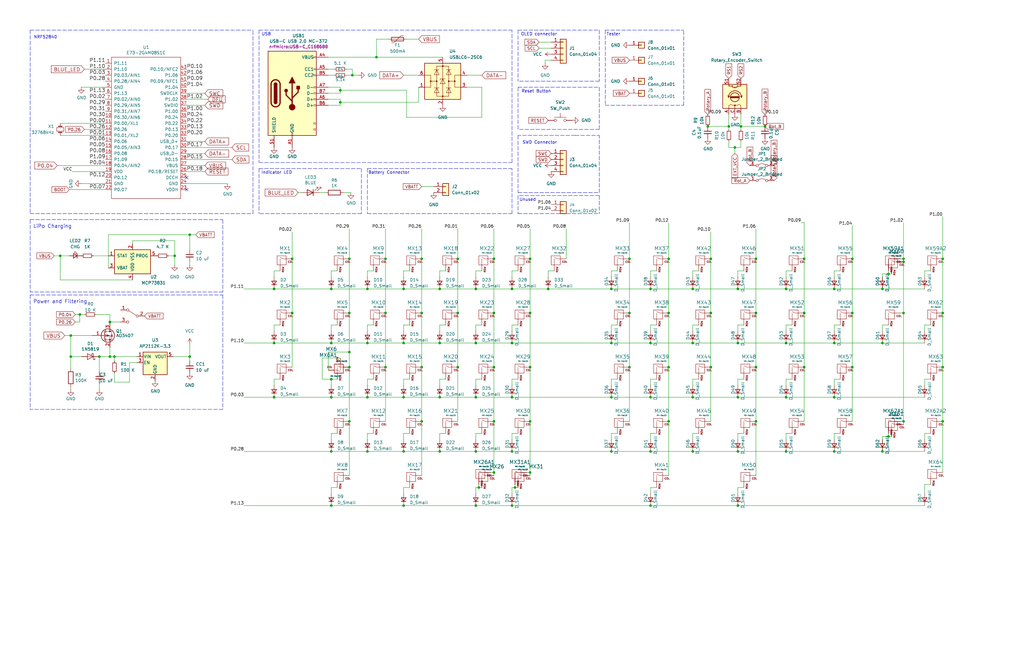
<source format=kicad_sch>
(kicad_sch (version 20211123) (generator eeschema)
  (paper "USLedger")
  (junction (at 231.14 121.92))
  (junction (at 281.94 132.08))
  (junction (at 215.9 167.64))
  (junction (at 331.47 121.92))
  (junction (at 177.8 109.22))
  (junction (at 170.18 190.5))
  (junction (at 257.81 167.64))
  (junction (at 265.43 132.08))
  (junction (at 115.57 121.92))
  (junction (at 80.01 150.495))
  (junction (at 41.91 150.495))
  (junction (at 359.41 132.08))
  (junction (at 123.19 132.08))
  (junction (at 143.51 38.1))
  (junction (at 274.32 121.92))
  (junction (at 318.77 109.22))
  (junction (at 381 177.8))
  (junction (at 158.75 24.13))
  (junction (at 147.32 109.22))
  (junction (at 185.42 121.92))
  (junction (at 46.355 150.495))
  (junction (at 139.7 190.5))
  (junction (at 200.66 190.5))
  (junction (at 265.43 109.22))
  (junction (at 162.56 109.22))
  (junction (at 309.88 62.23))
  (junction (at 265.43 154.94))
  (junction (at 200.66 144.78))
  (junction (at 339.09 154.94))
  (junction (at 312.42 53.34))
  (junction (at 299.72 154.94))
  (junction (at 48.26 150.495))
  (junction (at 177.8 154.94))
  (junction (at 80.01 99.06))
  (junction (at 299.72 109.22))
  (junction (at 215.9 144.78))
  (junction (at 274.32 190.5))
  (junction (at 185.42 167.64))
  (junction (at 115.57 144.78))
  (junction (at 372.11 190.5))
  (junction (at 162.56 132.08))
  (junction (at 123.19 109.22))
  (junction (at 154.94 190.5))
  (junction (at 339.09 109.22))
  (junction (at 147.32 177.8))
  (junction (at 200.66 213.36))
  (junction (at 139.7 213.36))
  (junction (at 223.52 199.39))
  (junction (at 215.9 190.5))
  (junction (at 311.15 144.78))
  (junction (at 33.655 132.715))
  (junction (at 215.9 121.92))
  (junction (at 374.65 184.15))
  (junction (at 208.28 109.22))
  (junction (at 318.77 154.94))
  (junction (at 223.52 154.94))
  (junction (at 201.93 205.74))
  (junction (at 374.65 115.57))
  (junction (at 331.47 190.5))
  (junction (at 331.47 144.78))
  (junction (at 397.51 154.94))
  (junction (at 397.51 132.08))
  (junction (at 311.15 190.5))
  (junction (at 397.51 109.22))
  (junction (at 170.18 213.36))
  (junction (at 177.8 177.8))
  (junction (at 351.79 190.5))
  (junction (at 318.77 177.8))
  (junction (at 193.04 109.22))
  (junction (at 154.94 121.92))
  (junction (at 311.15 167.64))
  (junction (at 281.94 154.94))
  (junction (at 381 110.49))
  (junction (at 154.94 167.64))
  (junction (at 193.04 132.08))
  (junction (at 281.94 109.22))
  (junction (at 311.15 121.92))
  (junction (at 200.66 167.64))
  (junction (at 381 109.22))
  (junction (at 177.8 132.08))
  (junction (at 381 132.08))
  (junction (at 299.72 132.08))
  (junction (at 318.77 132.08))
  (junction (at 139.7 167.64))
  (junction (at 139.7 144.78))
  (junction (at 29.845 150.495))
  (junction (at 372.11 144.78))
  (junction (at 223.52 132.08))
  (junction (at 170.18 144.78))
  (junction (at 307.34 53.34))
  (junction (at 170.18 167.64))
  (junction (at 281.94 177.8))
  (junction (at 115.57 167.64))
  (junction (at 147.32 148.59))
  (junction (at 147.32 154.94))
  (junction (at 73.66 107.95))
  (junction (at 147.32 132.08))
  (junction (at 331.47 167.64))
  (junction (at 143.51 43.18))
  (junction (at 208.28 154.94))
  (junction (at 292.1 121.92))
  (junction (at 223.52 109.22))
  (junction (at 298.45 53.34))
  (junction (at 257.81 190.5))
  (junction (at 170.18 121.92))
  (junction (at 339.09 132.08))
  (junction (at 46.355 135.89))
  (junction (at 193.04 154.94))
  (junction (at 274.32 144.78))
  (junction (at 311.15 213.36))
  (junction (at 223.52 177.8))
  (junction (at 359.41 154.94))
  (junction (at 322.58 53.34))
  (junction (at 25.4 107.95))
  (junction (at 208.28 177.8))
  (junction (at 274.32 213.36))
  (junction (at 217.17 205.74))
  (junction (at 292.1 144.78))
  (junction (at 274.32 167.64))
  (junction (at 139.7 121.92))
  (junction (at 292.1 190.5))
  (junction (at 215.9 213.36))
  (junction (at 185.42 190.5))
  (junction (at 292.1 167.64))
  (junction (at 372.11 121.92))
  (junction (at 162.56 154.94))
  (junction (at 208.28 199.39))
  (junction (at 139.7 160.02))
  (junction (at 359.41 109.22))
  (junction (at 397.51 177.8))
  (junction (at 154.94 144.78))
  (junction (at 208.28 132.08))
  (junction (at 351.79 167.64))
  (junction (at 257.81 144.78))
  (junction (at 257.81 121.92))
  (junction (at 185.42 144.78))
  (junction (at 200.66 121.92))
  (junction (at 351.79 144.78))
  (junction (at 29.845 141.605))
  (junction (at 351.79 121.92))
  (junction (at 148.59 31.75))
  (no_connect (at 78.74 74.93))
  (no_connect (at 78.74 80.01))
  (polyline (pts (xy 12.7 12.7) (xy 106.68 12.7)))
  (wire (pts (xy 294.64 137.16) (xy 292.1 137.16)))
  (wire (pts (xy 389.89 114.3) (xy 389.89 116.84)))
  (wire (pts (xy 172.72 182.88) (xy 170.18 182.88)))
  (wire (pts (xy 223.52 177.8) (xy 223.52 199.39)))
  (wire (pts (xy 172.72 137.16) (xy 170.18 137.16)))
  (wire (pts (xy 115.57 160.02) (xy 115.57 162.56)))
  (wire (pts (xy 139.7 160.02) (xy 142.24 160.02)))
  (wire (pts (xy 139.7 190.5) (xy 154.94 190.5)))
  (wire (pts (xy 134.62 81.28) (xy 137.16 81.28)))
  (wire (pts (xy 260.35 182.88) (xy 257.81 182.88)))
  (wire (pts (xy 334.01 114.3) (xy 331.47 114.3)))
  (wire (pts (xy 25.4 118.11) (xy 55.88 118.11)))
  (wire (pts (xy 292.1 167.64) (xy 311.15 167.64)))
  (wire (pts (xy 170.18 182.88) (xy 170.18 185.42)))
  (wire (pts (xy 177.8 109.22) (xy 177.8 132.08)))
  (wire (pts (xy 281.94 154.94) (xy 281.94 177.8)))
  (wire (pts (xy 374.65 182.88) (xy 374.65 184.15)))
  (wire (pts (xy 185.42 167.64) (xy 200.66 167.64)))
  (wire (pts (xy 193.04 132.08) (xy 193.04 154.94)))
  (wire (pts (xy 185.42 121.92) (xy 170.18 121.92)))
  (wire (pts (xy 86.36 72.39) (xy 78.74 72.39)))
  (wire (pts (xy 311.15 121.92) (xy 331.47 121.92)))
  (wire (pts (xy 143.51 43.18) (xy 176.53 43.18)))
  (wire (pts (xy 318.77 154.94) (xy 318.77 177.8)))
  (wire (pts (xy 389.89 160.02) (xy 389.89 162.56)))
  (wire (pts (xy 311.15 205.74) (xy 311.15 208.28)))
  (wire (pts (xy 200.66 144.78) (xy 185.42 144.78)))
  (wire (pts (xy 34.29 36.83) (xy 44.45 36.83)))
  (wire (pts (xy 276.86 160.02) (xy 274.32 160.02)))
  (wire (pts (xy 138.43 29.21) (xy 140.97 29.21)))
  (wire (pts (xy 35.56 54.61) (xy 44.45 54.61)))
  (wire (pts (xy 233.68 114.3) (xy 231.14 114.3)))
  (wire (pts (xy 154.94 114.3) (xy 154.94 116.84)))
  (wire (pts (xy 139.7 205.74) (xy 139.7 208.28)))
  (wire (pts (xy 389.89 182.88) (xy 389.89 185.42)))
  (wire (pts (xy 222.25 199.39) (xy 223.52 199.39)))
  (polyline (pts (xy 109.22 68.58) (xy 215.9 68.58)))
  (wire (pts (xy 265.43 109.22) (xy 265.43 132.08)))
  (wire (pts (xy 29.845 150.495) (xy 29.845 155.575)))
  (wire (pts (xy 215.9 160.02) (xy 215.9 162.56)))
  (wire (pts (xy 397.51 154.94) (xy 397.51 177.8)))
  (wire (pts (xy 318.77 96.52) (xy 318.77 109.22)))
  (wire (pts (xy 29.845 163.195) (xy 29.845 164.465)))
  (wire (pts (xy 115.57 144.78) (xy 102.87 144.78)))
  (wire (pts (xy 157.48 114.3) (xy 154.94 114.3)))
  (polyline (pts (xy 218.44 90.17) (xy 252.73 90.17)))
  (polyline (pts (xy 93.98 92.71) (xy 93.98 123.19)))
  (wire (pts (xy 143.51 151.13) (xy 135.89 151.13)))
  (wire (pts (xy 351.79 121.92) (xy 372.11 121.92)))
  (wire (pts (xy 318.77 109.22) (xy 318.77 132.08)))
  (wire (pts (xy 170.18 167.64) (xy 185.42 167.64)))
  (wire (pts (xy 185.42 114.3) (xy 185.42 116.84)))
  (wire (pts (xy 374.65 115.57) (xy 372.11 115.57)))
  (wire (pts (xy 294.64 160.02) (xy 292.1 160.02)))
  (polyline (pts (xy 288.29 44.45) (xy 288.29 12.7)))
  (wire (pts (xy 215.9 213.36) (xy 274.32 213.36)))
  (wire (pts (xy 397.51 109.22) (xy 397.51 132.08)))
  (wire (pts (xy 339.09 132.08) (xy 339.09 109.22)))
  (wire (pts (xy 203.2 137.16) (xy 200.66 137.16)))
  (wire (pts (xy 274.32 137.16) (xy 274.32 139.7)))
  (wire (pts (xy 307.34 48.26) (xy 307.34 53.34)))
  (wire (pts (xy 185.42 160.02) (xy 185.42 162.56)))
  (wire (pts (xy 185.42 190.5) (xy 200.66 190.5)))
  (wire (pts (xy 307.34 59.69) (xy 307.34 62.23)))
  (wire (pts (xy 227.33 17.78) (xy 232.41 17.78)))
  (wire (pts (xy 208.28 132.08) (xy 208.28 154.94)))
  (wire (pts (xy 339.09 154.94) (xy 339.09 132.08)))
  (wire (pts (xy 351.79 137.16) (xy 351.79 139.7)))
  (wire (pts (xy 359.41 109.22) (xy 359.41 132.08)))
  (wire (pts (xy 354.33 114.3) (xy 351.79 114.3)))
  (wire (pts (xy 257.81 137.16) (xy 257.81 139.7)))
  (wire (pts (xy 146.05 29.21) (xy 148.59 29.21)))
  (wire (pts (xy 162.56 154.94) (xy 162.56 177.8)))
  (wire (pts (xy 162.56 132.08) (xy 162.56 154.94)))
  (wire (pts (xy 313.69 205.74) (xy 311.15 205.74)))
  (wire (pts (xy 147.32 148.59) (xy 138.43 148.59)))
  (wire (pts (xy 154.94 137.16) (xy 154.94 139.7)))
  (wire (pts (xy 311.15 190.5) (xy 331.47 190.5)))
  (wire (pts (xy 276.86 205.74) (xy 274.32 205.74)))
  (wire (pts (xy 115.57 121.92) (xy 102.87 121.92)))
  (wire (pts (xy 381 109.22) (xy 381 110.49)))
  (wire (pts (xy 48.26 150.495) (xy 48.26 152.4)))
  (wire (pts (xy 218.44 160.02) (xy 215.9 160.02)))
  (polyline (pts (xy 12.7 124.46) (xy 12.7 172.72)))
  (wire (pts (xy 311.15 160.02) (xy 311.15 162.56)))
  (wire (pts (xy 162.56 109.22) (xy 162.56 132.08)))
  (wire (pts (xy 265.43 154.94) (xy 265.43 177.8)))
  (wire (pts (xy 102.87 167.64) (xy 115.57 167.64)))
  (wire (pts (xy 392.43 137.16) (xy 389.89 137.16)))
  (polyline (pts (xy 93.98 123.19) (xy 12.7 123.19)))
  (wire (pts (xy 44.45 69.85) (xy 24.13 69.85)))
  (wire (pts (xy 139.7 160.02) (xy 139.7 162.56)))
  (wire (pts (xy 311.15 144.78) (xy 331.47 144.78)))
  (wire (pts (xy 274.32 160.02) (xy 274.32 162.56)))
  (wire (pts (xy 148.59 31.75) (xy 146.05 31.75)))
  (wire (pts (xy 54.61 153.035) (xy 57.785 153.035)))
  (wire (pts (xy 55.88 102.87) (xy 55.88 101.6)))
  (wire (pts (xy 139.7 137.16) (xy 139.7 139.7)))
  (wire (pts (xy 372.11 144.78) (xy 389.89 144.78)))
  (polyline (pts (xy 252.73 36.83) (xy 252.73 54.61)))
  (wire (pts (xy 257.81 144.78) (xy 274.32 144.78)))
  (wire (pts (xy 229.87 25.4) (xy 229.87 26.67)))
  (wire (pts (xy 381 177.8) (xy 381 179.07)))
  (wire (pts (xy 299.72 109.22) (xy 299.72 132.08)))
  (wire (pts (xy 172.72 160.02) (xy 170.18 160.02)))
  (wire (pts (xy 232.41 25.4) (xy 229.87 25.4)))
  (polyline (pts (xy 218.44 57.15) (xy 218.44 81.28)))
  (polyline (pts (xy 252.73 81.28) (xy 252.73 57.15)))
  (wire (pts (xy 102.87 213.36) (xy 139.7 213.36)))
  (wire (pts (xy 351.79 190.5) (xy 372.11 190.5)))
  (wire (pts (xy 292.1 182.88) (xy 292.1 185.42)))
  (wire (pts (xy 201.93 205.74) (xy 203.2 205.74)))
  (wire (pts (xy 135.89 160.02) (xy 139.7 160.02)))
  (wire (pts (xy 311.15 137.16) (xy 311.15 139.7)))
  (wire (pts (xy 170.18 160.02) (xy 170.18 162.56)))
  (wire (pts (xy 25.4 107.95) (xy 25.4 118.11)))
  (wire (pts (xy 147.32 132.08) (xy 147.32 148.59)))
  (wire (pts (xy 200.66 167.64) (xy 215.9 167.64)))
  (wire (pts (xy 29.845 150.495) (xy 34.29 150.495)))
  (wire (pts (xy 311.15 167.64) (xy 331.47 167.64)))
  (wire (pts (xy 33.655 135.89) (xy 33.655 132.715)))
  (wire (pts (xy 158.75 24.13) (xy 186.69 24.13)))
  (polyline (pts (xy 12.7 92.71) (xy 93.98 92.71)))
  (wire (pts (xy 294.64 182.88) (xy 292.1 182.88)))
  (wire (pts (xy 392.43 204.47) (xy 389.89 204.47)))
  (wire (pts (xy 218.44 137.16) (xy 215.9 137.16)))
  (wire (pts (xy 318.77 132.08) (xy 318.77 154.94)))
  (wire (pts (xy 312.42 53.34) (xy 312.42 54.61)))
  (wire (pts (xy 41.91 150.495) (xy 41.91 156.845)))
  (wire (pts (xy 318.77 177.8) (xy 318.77 200.66)))
  (wire (pts (xy 274.32 121.92) (xy 292.1 121.92)))
  (wire (pts (xy 257.81 190.5) (xy 274.32 190.5)))
  (wire (pts (xy 238.76 96.52) (xy 238.76 109.22)))
  (wire (pts (xy 292.1 144.78) (xy 311.15 144.78)))
  (wire (pts (xy 25.4 107.95) (xy 29.21 107.95)))
  (wire (pts (xy 260.35 137.16) (xy 257.81 137.16)))
  (wire (pts (xy 208.28 154.94) (xy 208.28 177.8)))
  (wire (pts (xy 217.17 204.47) (xy 217.17 205.74)))
  (wire (pts (xy 200.66 160.02) (xy 200.66 162.56)))
  (wire (pts (xy 46.355 135.89) (xy 46.355 136.525)))
  (wire (pts (xy 142.24 114.3) (xy 139.7 114.3)))
  (wire (pts (xy 307.34 62.23) (xy 309.88 62.23)))
  (polyline (pts (xy 109.22 12.7) (xy 109.22 68.58)))
  (polyline (pts (xy 218.44 12.7) (xy 218.44 34.29)))
  (wire (pts (xy 86.36 39.37) (xy 78.74 39.37)))
  (wire (pts (xy 138.43 36.83) (xy 143.51 36.83)))
  (wire (pts (xy 208.28 177.8) (xy 208.28 199.39)))
  (wire (pts (xy 215.9 144.78) (xy 257.81 144.78)))
  (wire (pts (xy 215.9 182.88) (xy 215.9 185.42)))
  (wire (pts (xy 185.42 182.88) (xy 185.42 185.42)))
  (wire (pts (xy 351.79 182.88) (xy 351.79 185.42)))
  (wire (pts (xy 274.32 114.3) (xy 274.32 116.84)))
  (wire (pts (xy 25.4 52.07) (xy 44.45 52.07)))
  (wire (pts (xy 392.43 160.02) (xy 389.89 160.02)))
  (wire (pts (xy 337.82 93.98) (xy 339.09 93.98)))
  (wire (pts (xy 78.74 77.47) (xy 95.885 77.47)))
  (wire (pts (xy 170.18 121.92) (xy 154.94 121.92)))
  (wire (pts (xy 147.32 177.8) (xy 147.32 200.66)))
  (wire (pts (xy 80.01 99.06) (xy 80.01 105.41)))
  (wire (pts (xy 359.41 132.08) (xy 359.41 154.94)))
  (wire (pts (xy 265.43 93.98) (xy 265.43 109.22)))
  (wire (pts (xy 292.1 160.02) (xy 292.1 162.56)))
  (polyline (pts (xy 252.73 34.29) (xy 218.44 34.29)))
  (wire (pts (xy 39.37 107.95) (xy 45.72 107.95)))
  (wire (pts (xy 331.47 160.02) (xy 331.47 162.56)))
  (wire (pts (xy 331.47 137.16) (xy 331.47 139.7)))
  (wire (pts (xy 265.43 132.08) (xy 265.43 154.94)))
  (wire (pts (xy 34.29 77.47) (xy 44.45 77.47)))
  (wire (pts (xy 115.57 167.64) (xy 139.7 167.64)))
  (wire (pts (xy 48.26 150.495) (xy 57.785 150.495)))
  (wire (pts (xy 138.43 148.59) (xy 138.43 156.21)))
  (wire (pts (xy 123.19 132.08) (xy 123.19 154.94)))
  (wire (pts (xy 48.26 157.48) (xy 48.26 161.29)))
  (wire (pts (xy 33.655 132.715) (xy 31.75 132.715)))
  (wire (pts (xy 86.36 59.69) (xy 78.74 59.69)))
  (wire (pts (xy 147.32 148.59) (xy 147.32 154.94)))
  (wire (pts (xy 170.18 144.78) (xy 154.94 144.78)))
  (wire (pts (xy 260.35 114.3) (xy 257.81 114.3)))
  (wire (pts (xy 172.72 205.74) (xy 170.18 205.74)))
  (wire (pts (xy 200.66 121.92) (xy 185.42 121.92)))
  (wire (pts (xy 281.94 132.08) (xy 281.94 154.94)))
  (wire (pts (xy 158.75 16.51) (xy 158.75 24.13)))
  (wire (pts (xy 389.89 204.47) (xy 389.89 208.28)))
  (wire (pts (xy 223.52 96.52) (xy 223.52 109.22)))
  (polyline (pts (xy 93.98 172.72) (xy 12.7 172.72)))
  (wire (pts (xy 397.51 177.8) (xy 397.51 199.39)))
  (wire (pts (xy 142.24 205.74) (xy 139.7 205.74)))
  (polyline (pts (xy 106.68 90.17) (xy 106.68 12.7)))
  (wire (pts (xy 381 132.08) (xy 381 177.8)))
  (wire (pts (xy 125.73 81.28) (xy 127 81.28)))
  (wire (pts (xy 257.81 160.02) (xy 257.81 162.56)))
  (wire (pts (xy 276.86 114.3) (xy 274.32 114.3)))
  (wire (pts (xy 154.94 182.88) (xy 154.94 185.42)))
  (polyline (pts (xy 109.22 71.12) (xy 152.4 71.12)))
  (wire (pts (xy 30.48 72.39) (xy 44.45 72.39)))
  (polyline (pts (xy 215.9 68.58) (xy 215.9 12.7)))
  (wire (pts (xy 381 110.49) (xy 381 132.08)))
  (wire (pts (xy 307.34 53.34) (xy 298.45 53.34)))
  (wire (pts (xy 203.2 49.53) (xy 203.2 36.83)))
  (wire (pts (xy 41.91 150.495) (xy 46.355 150.495)))
  (wire (pts (xy 309.88 62.23) (xy 312.42 62.23)))
  (wire (pts (xy 217.17 205.74) (xy 218.44 205.74)))
  (wire (pts (xy 139.7 213.36) (xy 170.18 213.36)))
  (wire (pts (xy 311.15 114.3) (xy 311.15 116.84)))
  (wire (pts (xy 354.33 182.88) (xy 351.79 182.88)))
  (wire (pts (xy 138.43 44.45) (xy 143.51 44.45)))
  (wire (pts (xy 274.32 144.78) (xy 292.1 144.78)))
  (wire (pts (xy 231.14 114.3) (xy 231.14 116.84)))
  (wire (pts (xy 139.7 144.78) (xy 115.57 144.78)))
  (wire (pts (xy 118.11 114.3) (xy 115.57 114.3)))
  (wire (pts (xy 292.1 137.16) (xy 292.1 139.7)))
  (wire (pts (xy 44.45 29.21) (xy 35.56 29.21)))
  (wire (pts (xy 78.74 67.31) (xy 97.79 67.31)))
  (wire (pts (xy 215.9 205.74) (xy 215.9 208.28)))
  (wire (pts (xy 46.355 150.495) (xy 48.26 150.495)))
  (wire (pts (xy 135.89 151.13) (xy 135.89 160.02)))
  (polyline (pts (xy 255.27 12.7) (xy 288.29 12.7)))
  (wire (pts (xy 78.74 62.23) (xy 97.79 62.23)))
  (wire (pts (xy 80.01 145.415) (xy 80.01 150.495)))
  (wire (pts (xy 148.59 29.21) (xy 148.59 31.75)))
  (wire (pts (xy 215.9 144.78) (xy 200.66 144.78)))
  (wire (pts (xy 157.48 137.16) (xy 154.94 137.16)))
  (wire (pts (xy 170.18 213.36) (xy 200.66 213.36)))
  (polyline (pts (xy 218.44 36.83) (xy 252.73 36.83)))
  (wire (pts (xy 331.47 114.3) (xy 331.47 116.84)))
  (wire (pts (xy 339.09 109.22) (xy 339.09 93.98)))
  (wire (pts (xy 312.42 62.23) (xy 312.42 59.69)))
  (wire (pts (xy 170.18 190.5) (xy 185.42 190.5)))
  (wire (pts (xy 397.51 132.08) (xy 397.51 154.94)))
  (polyline (pts (xy 255.27 44.45) (xy 288.29 44.45)))
  (wire (pts (xy 162.56 96.52) (xy 162.56 109.22)))
  (wire (pts (xy 372.11 190.5) (xy 389.89 190.5)))
  (wire (pts (xy 292.1 121.92) (xy 311.15 121.92)))
  (wire (pts (xy 257.81 121.92) (xy 274.32 121.92)))
  (wire (pts (xy 359.41 154.94) (xy 359.41 177.8)))
  (wire (pts (xy 223.52 154.94) (xy 223.52 177.8)))
  (polyline (pts (xy 252.73 54.61) (xy 218.44 54.61)))
  (wire (pts (xy 215.9 190.5) (xy 257.81 190.5)))
  (wire (pts (xy 372.11 137.16) (xy 372.11 139.7)))
  (wire (pts (xy 299.72 154.94) (xy 299.72 177.8)))
  (wire (pts (xy 78.74 41.91) (xy 87.63 41.91)))
  (wire (pts (xy 143.51 38.1) (xy 143.51 39.37)))
  (wire (pts (xy 154.94 144.78) (xy 139.7 144.78)))
  (wire (pts (xy 215.9 121.92) (xy 200.66 121.92)))
  (wire (pts (xy 170.18 205.74) (xy 170.18 208.28)))
  (wire (pts (xy 55.88 101.6) (xy 73.66 101.6)))
  (wire (pts (xy 351.79 144.78) (xy 372.11 144.78)))
  (wire (pts (xy 372.11 184.15) (xy 374.65 184.15)))
  (wire (pts (xy 154.94 160.02) (xy 154.94 162.56)))
  (wire (pts (xy 115.57 137.16) (xy 115.57 139.7)))
  (wire (pts (xy 331.47 144.78) (xy 351.79 144.78)))
  (wire (pts (xy 54.61 161.29) (xy 54.61 153.035)))
  (wire (pts (xy 372.11 121.92) (xy 389.89 121.92)))
  (wire (pts (xy 215.9 137.16) (xy 215.9 139.7)))
  (wire (pts (xy 171.45 16.51) (xy 176.53 16.51)))
  (wire (pts (xy 203.2 160.02) (xy 200.66 160.02)))
  (wire (pts (xy 351.79 160.02) (xy 351.79 162.56)))
  (wire (pts (xy 215.9 121.92) (xy 231.14 121.92)))
  (polyline (pts (xy 152.4 90.17) (xy 109.22 90.17)))
  (wire (pts (xy 73.025 150.495) (xy 80.01 150.495)))
  (wire (pts (xy 274.32 190.5) (xy 292.1 190.5)))
  (wire (pts (xy 223.52 132.08) (xy 223.52 154.94)))
  (wire (pts (xy 193.04 109.22) (xy 193.04 132.08)))
  (wire (pts (xy 187.96 182.88) (xy 185.42 182.88)))
  (wire (pts (xy 397.51 91.44) (xy 397.51 109.22)))
  (wire (pts (xy 354.33 137.16) (xy 351.79 137.16)))
  (wire (pts (xy 185.42 144.78) (xy 170.18 144.78)))
  (polyline (pts (xy 12.7 90.17) (xy 106.68 90.17)))
  (wire (pts (xy 46.355 135.89) (xy 50.8 135.89)))
  (wire (pts (xy 379.73 177.8) (xy 381 177.8)))
  (wire (pts (xy 200.66 137.16) (xy 200.66 139.7)))
  (wire (pts (xy 143.51 43.18) (xy 143.51 44.45)))
  (wire (pts (xy 215.9 167.64) (xy 257.81 167.64)))
  (wire (pts (xy 22.86 107.95) (xy 25.4 107.95)))
  (wire (pts (xy 257.81 114.3) (xy 257.81 116.84)))
  (wire (pts (xy 193.04 96.52) (xy 193.04 109.22)))
  (wire (pts (xy 374.65 137.16) (xy 372.11 137.16)))
  (wire (pts (xy 201.93 204.47) (xy 201.93 205.74)))
  (wire (pts (xy 208.28 199.39) (xy 208.28 200.66)))
  (wire (pts (xy 200.66 205.74) (xy 201.93 205.74)))
  (wire (pts (xy 374.65 114.3) (xy 374.65 115.57)))
  (wire (pts (xy 80.01 111.76) (xy 80.01 110.49)))
  (wire (pts (xy 223.52 199.39) (xy 223.52 200.66)))
  (wire (pts (xy 257.81 182.88) (xy 257.81 185.42)))
  (polyline (pts (xy 218.44 36.83) (xy 218.44 54.61)))
  (wire (pts (xy 215.9 205.74) (xy 217.17 205.74)))
  (wire (pts (xy 299.72 97.79) (xy 299.72 109.22)))
  (wire (pts (xy 331.47 182.88) (xy 331.47 185.42)))
  (wire (pts (xy 142.24 182.88) (xy 139.7 182.88)))
  (wire (pts (xy 147.32 96.52) (xy 147.32 109.22)))
  (wire (pts (xy 46.355 146.685) (xy 46.355 150.495)))
  (wire (pts (xy 313.69 137.16) (xy 311.15 137.16)))
  (polyline (pts (xy 252.73 82.55) (xy 218.44 82.55)))
  (wire (pts (xy 138.43 24.13) (xy 158.75 24.13)))
  (wire (pts (xy 227.33 20.32) (xy 232.41 20.32)))
  (wire (pts (xy 187.96 137.16) (xy 185.42 137.16)))
  (wire (pts (xy 200.66 213.36) (xy 215.9 213.36)))
  (wire (pts (xy 170.18 114.3) (xy 170.18 116.84)))
  (wire (pts (xy 29.845 141.605) (xy 27.305 141.605)))
  (wire (pts (xy 139.7 182.88) (xy 139.7 185.42)))
  (wire (pts (xy 45.72 99.06) (xy 80.01 99.06)))
  (wire (pts (xy 157.48 160.02) (xy 154.94 160.02)))
  (wire (pts (xy 170.18 137.16) (xy 170.18 139.7)))
  (wire (pts (xy 292.1 190.5) (xy 311.15 190.5)))
  (wire (pts (xy 334.01 160.02) (xy 331.47 160.02)))
  (wire (pts (xy 71.12 107.95) (xy 73.66 107.95)))
  (polyline (pts (xy 215.9 90.17) (xy 215.9 71.12)))
  (wire (pts (xy 257.81 167.64) (xy 274.32 167.64)))
  (wire (pts (xy 148.59 31.75) (xy 151.13 31.75)))
  (wire (pts (xy 207.01 199.39) (xy 208.28 199.39)))
  (wire (pts (xy 381 93.98) (xy 381 109.22)))
  (wire (pts (xy 274.32 182.88) (xy 274.32 185.42)))
  (wire (pts (xy 48.26 161.29) (xy 54.61 161.29)))
  (polyline (pts (xy 109.22 12.7) (xy 215.9 12.7)))
  (wire (pts (xy 200.66 190.5) (xy 215.9 190.5)))
  (wire (pts (xy 334.01 137.16) (xy 331.47 137.16)))
  (wire (pts (xy 331.47 167.64) (xy 351.79 167.64)))
  (wire (pts (xy 274.32 167.64) (xy 292.1 167.64)))
  (wire (pts (xy 334.01 182.88) (xy 331.47 182.88)))
  (wire (pts (xy 208.28 109.22) (xy 208.28 132.08)))
  (wire (pts (xy 118.11 137.16) (xy 115.57 137.16)))
  (wire (pts (xy 372.11 115.57) (xy 372.11 116.84)))
  (wire (pts (xy 389.89 137.16) (xy 389.89 139.7)))
  (polyline (pts (xy 93.98 124.46) (xy 93.98 172.72)))
  (wire (pts (xy 392.43 182.88) (xy 389.89 182.88)))
  (wire (pts (xy 331.47 190.5) (xy 351.79 190.5)))
  (polyline (pts (xy 242.57 57.15) (xy 218.44 57.15)))
  (wire (pts (xy 86.36 64.77) (xy 78.74 64.77)))
  (wire (pts (xy 313.69 114.3) (xy 311.15 114.3)))
  (wire (pts (xy 354.33 160.02) (xy 351.79 160.02)))
  (wire (pts (xy 123.19 97.79) (xy 123.19 109.22)))
  (wire (pts (xy 143.51 36.83) (xy 143.51 38.1)))
  (polyline (pts (xy 218.44 82.55) (xy 218.44 90.17)))
  (wire (pts (xy 177.8 154.94) (xy 177.8 177.8)))
  (wire (pts (xy 281.94 93.98) (xy 281.94 109.22)))
  (wire (pts (xy 215.9 114.3) (xy 215.9 116.84)))
  (wire (pts (xy 80.01 150.495) (xy 80.01 152.4)))
  (wire (pts (xy 187.96 160.02) (xy 185.42 160.02)))
  (wire (pts (xy 86.36 69.85) (xy 78.74 69.85)))
  (wire (pts (xy 281.94 177.8) (xy 281.94 200.66)))
  (wire (pts (xy 138.43 41.91) (xy 143.51 41.91)))
  (polyline (pts (xy 152.4 71.12) (xy 152.4 90.17)))
  (wire (pts (xy 331.47 121.92) (xy 351.79 121.92)))
  (wire (pts (xy 309.88 62.23) (xy 309.88 64.77)))
  (wire (pts (xy 339.09 177.8) (xy 339.09 154.94)))
  (wire (pts (xy 281.94 109.22) (xy 281.94 132.08)))
  (wire (pts (xy 86.36 44.45) (xy 78.74 44.45)))
  (wire (pts (xy 351.79 114.3) (xy 351.79 116.84)))
  (wire (pts (xy 379.73 109.22) (xy 381 109.22)))
  (wire (pts (xy 118.11 160.02) (xy 115.57 160.02)))
  (polyline (pts (xy 218.44 12.7) (xy 252.73 12.7)))
  (wire (pts (xy 25.4 57.15) (xy 44.45 57.15)))
  (wire (pts (xy 45.72 99.06) (xy 45.72 113.03)))
  (wire (pts (xy 322.58 53.34) (xy 312.42 53.34)))
  (wire (pts (xy 313.69 182.88) (xy 311.15 182.88)))
  (polyline (pts (xy 154.94 71.12) (xy 215.9 71.12)))
  (wire (pts (xy 274.32 213.36) (xy 311.15 213.36)))
  (wire (pts (xy 138.43 31.75) (xy 140.97 31.75)))
  (wire (pts (xy 177.8 96.52) (xy 177.8 109.22)))
  (wire (pts (xy 231.14 121.92) (xy 257.81 121.92)))
  (wire (pts (xy 139.7 167.64) (xy 154.94 167.64)))
  (wire (pts (xy 143.51 38.1) (xy 171.45 38.1)))
  (wire (pts (xy 73.66 107.95) (xy 73.66 111.76)))
  (wire (pts (xy 203.2 114.3) (xy 200.66 114.3)))
  (wire (pts (xy 172.72 114.3) (xy 170.18 114.3)))
  (wire (pts (xy 171.45 49.53) (xy 203.2 49.53)))
  (wire (pts (xy 171.45 38.1) (xy 171.45 49.53)))
  (wire (pts (xy 80.01 99.06) (xy 82.55 99.06)))
  (wire (pts (xy 292.1 114.3) (xy 292.1 116.84)))
  (wire (pts (xy 154.94 167.64) (xy 170.18 167.64)))
  (wire (pts (xy 203.2 182.88) (xy 200.66 182.88)))
  (wire (pts (xy 311.15 213.36) (xy 389.89 213.36)))
  (wire (pts (xy 177.8 177.8) (xy 177.8 200.66)))
  (wire (pts (xy 276.86 137.16) (xy 274.32 137.16)))
  (wire (pts (xy 157.48 182.88) (xy 154.94 182.88)))
  (wire (pts (xy 218.44 182.88) (xy 215.9 182.88)))
  (polyline (pts (xy 12.7 124.46) (xy 93.98 124.46)))
  (wire (pts (xy 176.53 43.18) (xy 176.53 36.83)))
  (wire (pts (xy 196.85 31.75) (xy 203.2 31.75)))
  (wire (pts (xy 313.69 160.02) (xy 311.15 160.02)))
  (wire (pts (xy 351.79 167.64) (xy 389.89 167.64)))
  (wire (pts (xy 187.96 114.3) (xy 185.42 114.3)))
  (wire (pts (xy 359.41 95.25) (xy 359.41 109.22)))
  (wire (pts (xy 29.845 141.605) (xy 38.735 141.605)))
  (wire (pts (xy 73.66 101.6) (xy 73.66 107.95)))
  (wire (pts (xy 185.42 137.16) (xy 185.42 139.7)))
  (wire (pts (xy 31.75 135.89) (xy 33.655 135.89)))
  (wire (pts (xy 46.355 132.715) (xy 46.355 135.89)))
  (wire (pts (xy 276.86 182.88) (xy 274.32 182.88)))
  (wire (pts (xy 147.32 154.94) (xy 147.32 177.8)))
  (wire (pts (xy 33.655 132.715) (xy 35.56 132.715)))
  (wire (pts (xy 311.15 182.88) (xy 311.15 185.42)))
  (wire (pts (xy 260.35 160.02) (xy 257.81 160.02)))
  (wire (pts (xy 123.19 109.22) (xy 123.19 132.08)))
  (wire (pts (xy 307.34 54.61) (xy 307.34 53.34)))
  (wire (pts (xy 170.18 31.75) (xy 176.53 31.75)))
  (polyline (pts (xy 242.57 57.15) (xy 252.73 57.15)))
  (wire (pts (xy 218.44 114.3) (xy 215.9 114.3)))
  (wire (pts (xy 142.24 137.16) (xy 139.7 137.16)))
  (polyline (pts (xy 252.73 82.55) (xy 252.73 90.17)))
  (wire (pts (xy 208.28 96.52) (xy 208.28 109.22)))
  (wire (pts (xy 200.66 182.88) (xy 200.66 185.42)))
  (wire (pts (xy 147.32 109.22) (xy 147.32 132.08)))
  (wire (pts (xy 374.65 115.57) (xy 375.92 115.57)))
  (polyline (pts (xy 218.44 81.28) (xy 252.73 81.28)))
  (wire (pts (xy 143.51 41.91) (xy 143.51 43.18)))
  (wire (pts (xy 392.43 114.3) (xy 389.89 114.3)))
  (wire (pts (xy 223.52 109.22) (xy 223.52 132.08)))
  (wire (pts (xy 200.66 114.3) (xy 200.66 116.84)))
  (wire (pts (xy 154.94 190.5) (xy 170.18 190.5)))
  (wire (pts (xy 41.91 164.465) (xy 41.91 161.925)))
  (wire (pts (xy 312.42 48.26) (xy 312.42 53.34)))
  (polyline (pts (xy 12.7 92.71) (xy 12.7 123.19)))
  (polyline (pts (xy 252.73 12.7) (xy 252.73 34.29)))
  (wire (pts (xy 139.7 121.92) (xy 115.57 121.92)))
  (wire (pts (xy 138.43 39.37) (xy 143.51 39.37)))
  (wire (pts (xy 29.21 80.01) (xy 44.45 80.01)))
  (wire (pts (xy 379.73 132.08) (xy 381 132.08)))
  (wire (pts (xy 274.32 205.74) (xy 274.32 208.28)))
  (wire (pts (xy 177.8 78.74) (xy 182.88 78.74)))
  (wire (pts (xy 154.94 121.92) (xy 139.7 121.92)))
  (wire (pts (xy 163.83 16.51) (xy 158.75 16.51)))
  (wire (pts (xy 374.65 184.15) (xy 375.92 184.15)))
  (wire (pts (xy 177.8 132.08) (xy 177.8 154.94)))
  (wire (pts (xy 203.2 36.83) (xy 196.85 36.83)))
  (wire (pts (xy 200.66 205.74) (xy 200.66 208.28)))
  (wire (pts (xy 294.64 114.3) (xy 292.1 114.3)))
  (wire (pts (xy 372.11 184.15) (xy 372.11 185.42)))
  (polyline (pts (xy 154.94 71.12) (xy 154.94 90.17)))
  (wire (pts (xy 299.72 132.08) (xy 299.72 154.94)))
  (polyline (pts (xy 154.94 90.17) (xy 215.9 90.17)))
  (wire (pts (xy 102.87 190.5) (xy 139.7 190.5)))
  (wire (pts (xy 139.7 114.3) (xy 139.7 116.84)))
  (wire (pts (xy 144.78 81.28) (xy 147.955 81.28)))
  (polyline (pts (xy 12.7 12.7) (xy 12.7 90.17)))
  (polyline (pts (xy 255.27 12.7) (xy 255.27 44.45)))
  (wire (pts (xy 29.845 141.605) (xy 29.845 150.495)))
  (wire (pts (xy 193.04 154.94) (xy 193.04 177.8)))
  (wire (pts (xy 40.64 132.715) (xy 46.355 132.715)))
  (wire (pts (xy 115.57 114.3) (xy 115.57 116.84)))
  (polyline (pts (xy 109.22 71.12) (xy 109.22 90.17)))
  (text "NRF52840\n" (at 24.13 16.51 180) (effects (font (size 1.27 1.27)) (justify right bottom)))
  (text "Tester" (at 261.62 15.24 180) (effects (font (size 1.27 1.27)) (justify right bottom)))
  (text "Battery Connector" (at 172.72 73.66 180) (effects (font (size 1.27 1.27)) (justify right bottom)))
  (text "Power and Filtering" (at 13.97 128.27 0) (effects (font (size 1.524 1.524)) (justify left bottom)))
  (text "LiPo Charging\n" (at 13.97 96.52 0) (effects (font (size 1.524 1.524)) (justify left bottom)))
  (text "Reset Button" (at 232.41 39.37 180) (effects (font (size 1.27 1.27)) (justify right bottom)))
  (text "USB\n" (at 114.3 15.24 180) (effects (font (size 1.27 1.27)) (justify right bottom)))
  (text "OLED connector" (at 234.95 15.24 180) (effects (font (size 1.27 1.27)) (justify right bottom)))
  (text "SWD Connector" (at 234.95 60.96 180) (effects (font (size 1.27 1.27)) (justify right bottom)))
  (text "Indicator LED" (at 123.19 73.66 180) (effects (font (size 1.27 1.27)) (justify right bottom)))
  (text "Unused" (at 226.06 85.09 180) (effects (font (size 1.27 1.27)) (justify right bottom)))
  (label "P0.00" (at 44.45 52.07 180) (effects (font (size 1.524 1.524))))
  (label "P0.04" (at 44.45 69.85 180) (effects (font (size 1.524 1.524))))
  (label "P0.24" (at 78.74 49.53 0) (effects (font (size 1.524 1.524))))
  (label "P0.02" (at 44.45 41.91 180) (effects (font (size 1.524 1.524))))
  (label "P0.10" (at 322.58 48.26 0))
  (label "P0.05" (at 44.45 62.23 180) (effects (font (size 1.524 1.524))))
  (label "P0.10" (at 299.72 97.79 180))
  (label "P1.13" (at 102.87 213.36 180))
  (label "P1.06" (at 232.41 86.36 180))
  (label "P0.31" (at 162.56 96.52 180))
  (label "P0.08" (at 238.76 96.52 180))
  (label "P0.17" (at 78.74 62.23 0) (effects (font (size 1.524 1.524))))
  (label "P1.02" (at 78.74 41.91 0) (effects (font (size 1.524 1.524))))
  (label "P1.09" (at 44.45 67.31 180) (effects (font (size 1.524 1.524))))
  (label "P1.11" (at 44.45 26.67 180) (effects (font (size 1.524 1.524))))
  (label "P0.05" (at 223.52 96.52 180))
  (label "P0.02" (at 123.19 97.79 180))
  (label "P0.06" (at 208.28 96.52 180))
  (label "P0.10" (at 78.74 29.21 0) (effects (font (size 1.524 1.524))))
  (label "P0.12" (at 44.45 74.93 180) (effects (font (size 1.524 1.524))))
  (label "P0.12" (at 281.94 93.98 180))
  (label "P0.18" (at 78.74 72.39 0) (effects (font (size 1.524 1.524))))
  (label "VCC" (at 30.48 72.39 180))
  (label "P0.08" (at 44.45 64.77 180) (effects (font (size 1.524 1.524))))
  (label "P0.13" (at 78.74 54.61 0) (effects (font (size 1.524 1.524))))
  (label "P0.22" (at 78.74 52.07 0) (effects (font (size 1.524 1.524))))
  (label "P1.09" (at 265.43 93.98 180))
  (label "P1.13" (at 44.45 39.37 180) (effects (font (size 1.524 1.524))))
  (label "P0.29" (at 147.32 96.52 180))
  (label "P1.04" (at 232.41 88.9 180))
  (label "P0.07" (at 44.45 80.01 180) (effects (font (size 1.524 1.524))))
  (label "P0.09" (at 337.82 93.98 180))
  (label "P1.06" (at 78.74 31.75 0) (effects (font (size 1.524 1.524))))
  (label "P0.28" (at 44.45 34.29 180) (effects (font (size 1.524 1.524))))
  (label "P0.06" (at 44.45 59.69 180) (effects (font (size 1.524 1.524))))
  (label "P1.11" (at 102.87 121.92 180))
  (label "P1.02" (at 381 93.98 180))
  (label "P0.20" (at 78.74 57.15 0) (effects (font (size 1.524 1.524))))
  (label "P1.10" (at 102.87 144.78 180))
  (label "P0.03" (at 102.87 167.64 180))
  (label "P0.26" (at 44.45 54.61 180) (effects (font (size 1.524 1.524))))
  (label "P0.29" (at 44.45 44.45 180) (effects (font (size 1.524 1.524))))
  (label "P1.00" (at 397.51 91.44 180))
  (label "P1.04" (at 359.41 95.25 180))
  (label "P0.28" (at 102.87 190.5 180))
  (label "P0.09" (at 298.45 48.26 0))
  (label "P0.09" (at 78.74 34.29 0) (effects (font (size 1.524 1.524))))
  (label "P1.00" (at 78.74 46.99 0) (effects (font (size 1.524 1.524))))
  (label "P1.06" (at 318.77 96.52 180))
  (label "P0.03" (at 44.45 31.75 180) (effects (font (size 1.524 1.524))))
  (label "P0.01" (at 44.45 57.15 180) (effects (font (size 1.524 1.524))))
  (label "P0.01" (at 193.04 96.52 180))
  (label "P0.30" (at 44.45 49.53 180) (effects (font (size 1.524 1.524))))
  (label "P0.26" (at 177.8 96.52 180))
  (label "P1.10" (at 44.45 29.21 180) (effects (font (size 1.524 1.524))))
  (label "P0.15" (at 78.74 67.31 0) (effects (font (size 1.524 1.524))))
  (label "P1.04" (at 78.74 36.83 0) (effects (font (size 1.524 1.524))))
  (label "P0.31" (at 44.45 46.99 180) (effects (font (size 1.524 1.524))))
  (global_label "Rot_A" (shape input) (at 316.23 76.2 180) (property "Intersheet References" "${INTERSHEET_REFS}" (effects hide)))
  (global_label "VBUS" (shape input) (at 86.36 69.85 0) (effects (font (size 1.524 1.524))) (property "Intersheet References" "${INTERSHEET_REFS}" (effects hide)))
  (global_label "RS1" (shape input) (at 307.34 33.02 90) (property "Intersheet References" "${INTERSHEET_REFS}" (effects hide)))
  (global_label "Rotary_A" (shape input) (at 298.45 48.26 90) (property "Intersheet References" "${INTERSHEET_REFS}" (effects hide)))
  (global_label "VBUS" (shape input) (at 22.86 107.95 180) (property "Intersheet References" "${INTERSHEET_REFS}" (effects hide)))
  (global_label "Rotary_B" (shape input) (at 322.58 48.26 90) (property "Intersheet References" "${INTERSHEET_REFS}" (effects hide)))
  (global_label "Rot_B" (shape input) (at 322.58 53.34 0) (property "Intersheet References" "${INTERSHEET_REFS}" (effects hide)))
  (global_label "VBUS" (shape input) (at 176.53 16.51 0) (effects (font (size 1.524 1.524))) (property "Intersheet References" "${INTERSHEET_REFS}" (effects hide)))
  (global_label "VBUS" (shape input) (at 27.305 141.605 180) (effects (font (size 1.524 1.524))) (property "Intersheet References" "${INTERSHEET_REFS}" (effects hide)))
  (global_label "P0.26" (shape input) (at 35.56 54.61 180) (property "Intersheet References" "${INTERSHEET_REFS}" (effects hide)))
  (global_label "SCL" (shape input) (at 227.33 20.32 180) (property "Intersheet References" "${INTERSHEET_REFS}" (effects hide)))
  (global_label "SCL" (shape input) (at 97.79 62.23 0) (effects (font (size 1.524 1.524))) (property "Intersheet References" "${INTERSHEET_REFS}" (effects hide)))
  (global_label "VBATT" (shape input) (at 60.96 133.35 0) (property "Intersheet References" "${INTERSHEET_REFS}" (effects hide)))
  (global_label "SWD" (shape input) (at 86.36 44.45 0) (effects (font (size 1.524 1.524))) (property "Intersheet References" "${INTERSHEET_REFS}" (effects hide)))
  (global_label "RESET" (shape input) (at 86.36 72.39 0) (effects (font (size 1.524 1.524))) (property "Intersheet References" "${INTERSHEET_REFS}" (effects hide)))
  (global_label "P0.26" (shape input) (at 31.75 135.89 180) (property "Intersheet References" "${INTERSHEET_REFS}" (effects hide)))
  (global_label "BOOT" (shape input) (at 29.21 80.01 180) (property "Intersheet References" "${INTERSHEET_REFS}" (effects hide)))
  (global_label "VBUS" (shape input) (at 265.43 25.4 180) (property "Intersheet References" "${INTERSHEET_REFS}" (effects hide)))
  (global_label "SWC" (shape input) (at 86.36 39.37 0) (effects (font (size 1.524 1.524))) (property "Intersheet References" "${INTERSHEET_REFS}" (effects hide)))
  (global_label "Rotary_B" (shape input) (at 326.39 69.85 90) (property "Intersheet References" "${INTERSHEET_REFS}" (effects hide)))
  (global_label "DATA+" (shape input) (at 86.36 59.69 0) (effects (font (size 1.524 1.524))) (property "Intersheet References" "${INTERSHEET_REFS}" (effects hide)))
  (global_label "VBAT" (shape input) (at 265.43 39.37 180) (property "Intersheet References" "${INTERSHEET_REFS}" (effects hide)))
  (global_label "DATA+" (shape input) (at 170.18 31.75 180) (effects (font (size 1.524 1.524))) (property "Intersheet References" "${INTERSHEET_REFS}" (effects hide)))
  (global_label "VBATT" (shape input) (at 177.8 78.74 180) (property "Intersheet References" "${INTERSHEET_REFS}" (effects hide)))
  (global_label "P0.04" (shape input) (at 31.75 132.715 180) (property "Intersheet References" "${INTERSHEET_REFS}" (effects hide)))
  (global_label "Rot_B" (shape input) (at 316.23 69.85 90) (property "Intersheet References" "${INTERSHEET_REFS}" (effects hide)))
  (global_label "DFU" (shape input) (at 87.63 41.91 0) (effects (font (size 1.524 1.524))) (property "Intersheet References" "${INTERSHEET_REFS}" (effects hide)))
  (global_label "DATA-" (shape input) (at 203.2 31.75 0) (effects (font (size 1.524 1.524))) (property "Intersheet References" "${INTERSHEET_REFS}" (effects hide)))
  (global_label "SWC" (shape input) (at 232.41 64.77 180) (property "Intersheet References" "${INTERSHEET_REFS}" (effects hide)))
  (global_label "SWD" (shape input) (at 232.41 67.31 180) (property "Intersheet References" "${INTERSHEET_REFS}" (effects hide)))
  (global_label "DATA-" (shape input) (at 86.36 64.77 0) (effects (font (size 1.524 1.524))) (property "Intersheet References" "${INTERSHEET_REFS}" (effects hide)))
  (global_label "BLUE_LED" (shape input) (at 35.56 29.21 180) (effects (font (size 1.524 1.524))) (property "Intersheet References" "${INTERSHEET_REFS}" (effects hide)))
  (global_label "SDA" (shape input) (at 97.79 67.31 0) (effects (font (size 1.524 1.524))) (property "Intersheet References" "${INTERSHEET_REFS}" (effects hide)))
  (global_label "SDA" (shape input) (at 227.33 17.78 180) (property "Intersheet References" "${INTERSHEET_REFS}" (effects hide)))
  (global_label "RS2" (shape input) (at 312.42 33.02 90) (property "Intersheet References" "${INTERSHEET_REFS}" (effects hide)))
  (global_label "P0.04" (shape input) (at 24.13 69.85 180) (effects (font (size 1.524 1.524))) (property "Intersheet References" "${INTERSHEET_REFS}" (effects hide)))
  (global_label "VBATT" (shape input) (at 82.55 99.06 0) (property "Intersheet References" "${INTERSHEET_REFS}" (effects hide)))
  (global_label "BLUE_LED" (shape input) (at 125.73 81.28 180) (effects (font (size 1.524 1.524))) (property "Intersheet References" "${INTERSHEET_REFS}" (effects hide)))
  (global_label "EXT_VCC" (shape input) (at 309.88 64.77 270) (property "Intersheet References" "${INTERSHEET_REFS}" (effects hide)))
  (global_label "Rotary_A" (shape input) (at 326.39 76.2 90) (property "Intersheet References" "${INTERSHEET_REFS}" (effects hide)))
  (global_label "RESET" (shape input) (at 231.14 50.8 180) (property "Intersheet References" "${INTERSHEET_REFS}" (effects hide)))
  (symbol (lib_id "Device:C_Small") (at 80.01 107.95 0) (unit 1)
    (property "Reference" "C2" (at 82.55 106.6862 0) (effects (justify left)))
    (property "Value" "10 uF" (at 82.55 109.2262 0) (effects (justify left)))
    (property "Footprint" "Capacitor_THT:C_Axial_L3.8mm_D2.6mm_P7.50mm_Horizontal" (effects hide))
  )
  (symbol (lib_id "Device:LED_Small") (at 31.75 107.95 0) (mirror y) (unit 1)
    (property "Reference" "LED2" (at 31.6865 101.6 0))
    (property "Value" "CHG" (at 31.6865 104.14 0))
    (property "Footprint" "LED_THT:LED_D3.0mm_Clear" (effects hide))
  )
  (symbol (lib_id "Connector_Generic:Conn_01x01") (at 270.51 19.05 0) (unit 1)
    (property "Reference" "J8" (at 273.05 17.7799 0) (effects (justify left)))
    (property "Value" "Conn_01x01" (at 273.05 20.3199 0) (effects (justify left)))
    (property "Footprint" "Connector_JST:JST_ACH_BM01B-ACHSS-A-GAN-ETF_1x01-1MP_P1.20mm_Vertical" (effects hide))
  )
  (symbol (lib_id "Device:R_Small") (at 298.45 50.8 0) (unit 1)
    (property "Reference" "R9" (at 293.37 50.8 90))
    (property "Value" "10k" (at 295.91 50.8 90))
    (property "Footprint" "Resistor_SMD:R_0603_1608Metric_Pad1.05x0.95mm_HandSolder" (effects hide))
    (property "LCSC" "C25804" (effects hide))
  )
  (symbol (lib_id "Device:D_Small") (at 274.32 210.82 90) (unit 1)
    (property "Reference" "D42" (at 272.288 212.09 0) (effects (justify left)))
    (property "Value" "D_Small" (at 276.352 214.63 0) (effects (justify left)))
    (property "Footprint" "Diode_THT:D_5W_P12.70mm_Horizontal" (effects hide))
  )
  (symbol (lib_id "Device:D_Small") (at 257.81 119.38 90) (unit 1)
    (property "Reference" "D34" (at 255.778 120.65 0) (effects (justify left)))
    (property "Value" "D_Small" (at 259.842 123.19 0) (effects (justify left)))
    (property "Footprint" "Diode_THT:D_5W_P12.70mm_Horizontal" (effects hide))
  )
  (symbol (lib_id "alice-template-rescue:MX-NoLED-MX_Alps") (at 393.7 133.35 0) (unit 1)
    (property "Reference" "MX62" (at 394.5382 127.6858 0) (effects (font (size 1.524 1.524))))
    (property "Value" "MX-NoLED" (at 394.5382 129.5654 0) (effects (font (size 0.508 0.508))))
    (property "Footprint" "Button_Switch_Keyboard:SW_Cherry_MX_1.00u_PCB" (effects hide))
  )
  (symbol (lib_id "Device:D_Small") (at 115.57 119.38 90) (unit 1)
    (property "Reference" "D2" (at 118.11 118.1099 90) (effects (justify right)))
    (property "Value" "D_Small" (at 118.11 120.6499 90) (effects (justify right)))
    (property "Footprint" "Diode_THT:D_5W_P12.70mm_Horizontal" (effects hide))
  )
  (symbol (lib_id "Device:D_Small") (at 292.1 187.96 90) (unit 1)
    (property "Reference" "D46" (at 290.068 189.23 0) (effects (justify left)))
    (property "Value" "D_Small" (at 294.132 191.77 0) (effects (justify left)))
    (property "Footprint" "Diode_THT:D_5W_P12.70mm_Horizontal" (effects hide))
  )
  (symbol (lib_id "Connector_Generic:Conn_01x02") (at 237.49 86.36 0) (unit 1)
    (property "Reference" "J4" (at 240.03 86.3599 0) (effects (justify left)))
    (property "Value" "Conn_01x02" (at 240.03 88.8999 0) (effects (justify left)))
    (property "Footprint" "Connector_JST:JST_EH_S2B-EH_1x02_P2.50mm_Horizontal" (effects hide))
  )
  (symbol (lib_id "power:GND") (at 73.66 111.76 0) (unit 1)
    (property "Reference" "#PWR06" (effects hide))
    (property "Value" "GND" (at 73.66 116.84 0))
  )
  (symbol (lib_id "Device:D_Small") (at 154.94 187.96 90) (unit 1)
    (property "Reference" "D13" (at 157.48 186.6899 90) (effects (justify right)))
    (property "Value" "D_Small" (at 157.48 189.2299 90) (effects (justify right)))
    (property "Footprint" "Diode_THT:D_5W_P12.70mm_Horizontal" (effects hide))
  )
  (symbol (lib_id "Connector_Generic:Conn_01x04") (at 237.49 20.32 0) (unit 1)
    (property "Reference" "J1" (at 240.03 20.3199 0) (effects (justify left)))
    (property "Value" "Conn_01x04" (at 240.03 22.8599 0) (effects (justify left)))
    (property "Footprint" "Connector_JST:JST_EH_S4B-EH_1x04_P2.50mm_Horizontal" (effects hide))
  )
  (symbol (lib_id "Device:D_Small") (at 351.79 165.1 90) (unit 1)
    (property "Reference" "D58" (at 349.758 166.37 0) (effects (justify left)))
    (property "Value" "D_Small" (at 353.822 168.91 0) (effects (justify left)))
    (property "Footprint" "Diode_THT:D_5W_P12.70mm_Horizontal" (effects hide))
  )
  (symbol (lib_id "Device:R_Small") (at 307.34 57.15 0) (unit 1)
    (property "Reference" "R10" (at 302.26 57.15 90))
    (property "Value" "10k" (at 304.8 57.15 90))
    (property "Footprint" "Resistor_SMD:R_0603_1608Metric_Pad1.05x0.95mm_HandSolder" (effects hide))
    (property "LCSC" "C25804" (effects hide))
  )
  (symbol (lib_id "alice-template-rescue:MX-NoLED-MX_Alps") (at 219.71 110.49 0) (unit 1)
    (property "Reference" "MX27" (at 220.5482 104.8258 0) (effects (font (size 1.524 1.524))))
    (property "Value" "MX-NoLED" (at 220.5482 106.7054 0) (effects (font (size 0.508 0.508))))
    (property "Footprint" "Button_Switch_Keyboard:SW_Cherry_MX_1.00u_PCB" (effects hide))
  )
  (symbol (lib_id "Device:D_Small") (at 200.66 187.96 90) (unit 1)
    (property "Reference" "D26" (at 203.2 186.6899 90) (effects (justify right)))
    (property "Value" "D_Small" (at 203.2 189.2299 90) (effects (justify right)))
    (property "Footprint" "Diode_THT:D_5W_P12.70mm_Horizontal" (effects hide))
  )
  (symbol (lib_id "alice-template-rescue:MX-NoLED-MX_Alps") (at 375.92 110.49 0) (unit 1)
    (property "Reference" "MX59A1" (at 376.7582 104.8258 0) (effects (font (size 1.524 1.524))))
    (property "Value" "MX-NoLED" (at 376.7582 106.7054 0) (effects (font (size 0.508 0.508))))
    (property "Footprint" "Button_Switch_Keyboard:SW_Cherry_MX_2.00u_PCB" (effects hide))
  )
  (symbol (lib_id "alice-template-rescue:MX-NoLED-MX_Alps") (at 204.47 156.21 0) (unit 1)
    (property "Reference" "MX24" (at 205.3082 150.5458 0) (effects (font (size 1.524 1.524))))
    (property "Value" "MX-NoLED" (at 205.3082 152.4254 0) (effects (font (size 0.508 0.508))))
    (property "Footprint" "Button_Switch_Keyboard:SW_Cherry_MX_1.00u_PCB" (effects hide))
  )
  (symbol (lib_id "alice-template-rescue:MX-NoLED-MX_Alps") (at 393.7 156.21 0) (unit 1)
    (property "Reference" "MX63" (at 394.5382 150.5458 0) (effects (font (size 1.524 1.524))))
    (property "Value" "MX-NoLED" (at 394.5382 152.4254 0) (effects (font (size 0.508 0.508))))
    (property "Footprint" "Button_Switch_Keyboard:SW_Cherry_MX_1.00u_PCB" (effects hide))
  )
  (symbol (lib_id "Device:D_Small") (at 215.9 210.82 90) (unit 1)
    (property "Reference" "D32" (at 213.868 212.09 0) (effects (justify left)))
    (property "Value" "D_Small" (at 217.932 214.63 0) (effects (justify left)))
    (property "Footprint" "Diode_THT:D_5W_P12.70mm_Horizontal" (effects hide))
  )
  (symbol (lib_id "Device:Polyfuse") (at 167.64 16.51 90) (unit 1)
    (property "Reference" "F1" (at 167.64 19.05 90))
    (property "Value" "500mA" (at 167.64 21.59 90))
    (property "Footprint" "Connector_JST:JST_EH_S4B-EH_1x04_P2.50mm_Horizontal" (effects hide))
  )
  (symbol (lib_id "alice-template-rescue:MX-NoLED-MX_Alps") (at 375.92 133.35 0) (unit 1)
    (property "Reference" "MX59" (at 376.7582 127.6858 0) (effects (font (size 1.524 1.524))))
    (property "Value" "MX-NoLED" (at 376.7582 129.5654 0) (effects (font (size 0.508 0.508))))
    (property "Footprint" "Button_Switch_Keyboard:SW_Cherry_MX_1.00u_PCB" (effects hide))
  )
  (symbol (lib_id "Device:D_Small") (at 215.9 165.1 90) (unit 1)
    (property "Reference" "D30" (at 213.868 166.37 0) (effects (justify left)))
    (property "Value" "D_Small" (at 217.932 168.91 0) (effects (justify left)))
    (property "Footprint" "Diode_THT:D_5W_P12.70mm_Horizontal" (effects hide))
  )
  (symbol (lib_id "alice-template-rescue:MX-NoLED-MX_Alps") (at 143.51 110.49 0) (unit 1)
    (property "Reference" "MX4" (at 144.3482 104.8258 0) (effects (font (size 1.524 1.524))))
    (property "Value" "MX-NoLED" (at 144.3482 106.7054 0) (effects (font (size 0.508 0.508))))
    (property "Footprint" "Button_Switch_Keyboard:SW_Cherry_MX_1.00u_PCB" (effects hide))
  )
  (symbol (lib_id "alice-template-rescue:MX-NoLED-MX_Alps") (at 261.62 156.21 0) (unit 1)
    (property "Reference" "MX35" (at 262.4582 150.5458 0) (effects (font (size 1.524 1.524))))
    (property "Value" "MX-NoLED" (at 262.4582 152.4254 0) (effects (font (size 0.508 0.508))))
    (property "Footprint" "Button_Switch_Keyboard:SW_Cherry_MX_1.00u_PCB" (effects hide))
  )
  (symbol (lib_id "Switch:SW_Push") (at 236.22 50.8 0) (unit 1)
    (property "Reference" "SW2" (at 236.22 43.18 0))
    (property "Value" "SW_Push" (at 236.22 45.72 0))
    (property "Footprint" "Button_Switch_THT:SW_PUSH_6mm_H4.3mm" (effects hide))
  )
  (symbol (lib_id "nrfmicro:E73-2G4M08S1C-52840") (at 62.23 54.61 0) (unit 1)
    (property "Reference" "U1" (at 61.595 19.939 0))
    (property "Value" "E73-2G4M08S1C" (at 61.595 22.2504 0))
    (property "Footprint" "nrfmicro:E73-2G4M08S1C-52840" (effects hide))
  )
  (symbol (lib_id "alice-template-rescue:MX-NoLED-MX_Alps") (at 204.47 179.07 0) (unit 1)
    (property "Reference" "MX25" (at 205.3082 173.4058 0) (effects (font (size 1.524 1.524))))
    (property "Value" "MX-NoLED" (at 205.3082 175.2854 0) (effects (font (size 0.508 0.508))))
    (property "Footprint" "Button_Switch_Keyboard:SW_Cherry_MX_1.00u_PCB" (effects hide))
  )
  (symbol (lib_id "alice-template-rescue:MX-NoLED-MX_Alps") (at 278.13 110.49 0) (unit 1)
    (property "Reference" "MX37" (at 278.9682 104.8258 0) (effects (font (size 1.524 1.524))))
    (property "Value" "MX-NoLED" (at 278.9682 106.7054 0) (effects (font (size 0.508 0.508))))
    (property "Footprint" "Button_Switch_Keyboard:SW_Cherry_MX_1.00u_PCB" (effects hide))
  )
  (symbol (lib_id "Device:D_Small") (at 389.89 187.96 90) (unit 1)
    (property "Reference" "D66" (at 387.858 189.23 0) (effects (justify left)))
    (property "Value" "D_Small" (at 391.922 191.77 0) (effects (justify left)))
    (property "Footprint" "Diode_THT:D_5W_P12.70mm_Horizontal" (effects hide))
  )
  (symbol (lib_id "alice-template-rescue:MX-NoLED-MX_Alps") (at 173.99 110.49 0) (unit 1)
    (property "Reference" "MX13" (at 174.8282 104.8258 0) (effects (font (size 1.524 1.524))))
    (property "Value" "MX-NoLED" (at 174.8282 106.7054 0) (effects (font (size 0.508 0.508))))
    (property "Footprint" "Button_Switch_Keyboard:SW_Cherry_MX_1.00u_PCB" (effects hide))
  )
  (symbol (lib_id "power:GND") (at 322.58 58.42 0) (unit 1)
    (property "Reference" "#PWR025" (effects hide))
    (property "Value" "GND" (at 322.707 62.8142 0))
  )
  (symbol (lib_id "Device:D_Small") (at 292.1 119.38 90) (unit 1)
    (property "Reference" "D43" (at 290.068 120.65 0) (effects (justify left)))
    (property "Value" "D_Small" (at 294.132 123.19 0) (effects (justify left)))
    (property "Footprint" "Diode_THT:D_5W_P12.70mm_Horizontal" (effects hide))
  )
  (symbol (lib_id "Device:R_Small") (at 312.42 57.15 0) (unit 1)
    (property "Reference" "R11" (at 317.5 57.15 90))
    (property "Value" "10k" (at 314.96 57.15 90))
    (property "Footprint" "Resistor_SMD:R_0603_1608Metric_Pad1.05x0.95mm_HandSolder" (effects hide))
    (property "LCSC" "C25804" (effects hide))
  )
  (symbol (lib_id "alice-template-rescue:MX-NoLED-MX_Alps") (at 377.19 111.76 0) (unit 1)
    (property "Reference" "MX60" (at 378.0282 106.0958 0) (effects (font (size 1.524 1.524))))
    (property "Value" "MX-NoLED" (at 378.0282 107.9754 0) (effects (font (size 0.508 0.508))))
    (property "Footprint" "Button_Switch_Keyboard:SW_Cherry_MX_1.00u_PCB" (effects hide))
  )
  (symbol (lib_id "alice-template-rescue:MX-NoLED-MX_Alps") (at 219.71 156.21 0) (unit 1)
    (property "Reference" "MX29" (at 220.5482 150.5458 0) (effects (font (size 1.524 1.524))))
    (property "Value" "MX-NoLED" (at 220.5482 152.4254 0) (effects (font (size 0.508 0.508))))
    (property "Footprint" "Button_Switch_Keyboard:SW_Cherry_MX_1.00u_PCB" (effects hide))
  )
  (symbol (lib_id "Device:C_Small") (at 80.01 154.94 0) (unit 1)
    (property "Reference" "CC1" (at 82.55 153.6762 0) (effects (justify left)))
    (property "Value" "10 uF" (at 82.55 156.2162 0) (effects (justify left)))
    (property "Footprint" "Capacitor_THT:C_Axial_L3.8mm_D2.6mm_P7.50mm_Horizontal" (effects hide))
  )
  (symbol (lib_id "alice-template-rescue:MX-NoLED-MX_Alps") (at 204.47 110.49 0) (unit 1)
    (property "Reference" "MX22" (at 205.3082 104.8258 0) (effects (font (size 1.524 1.524))))
    (property "Value" "MX-NoLED" (at 205.3082 106.7054 0) (effects (font (size 0.508 0.508))))
    (property "Footprint" "Button_Switch_Keyboard:SW_Cherry_MX_1.00u_PCB" (effects hide))
  )
  (symbol (lib_id "Device:D_Small") (at 115.57 142.24 90) (unit 1)
    (property "Reference" "D3" (at 118.11 140.9699 90) (effects (justify right)))
    (property "Value" "D_Small" (at 118.11 143.5099 90) (effects (justify right)))
    (property "Footprint" "Diode_THT:D_5W_P12.70mm_Horizontal" (effects hide))
  )
  (symbol (lib_id "Device:D_Small") (at 170.18 142.24 90) (unit 1)
    (property "Reference" "D15" (at 172.72 140.9699 90) (effects (justify right)))
    (property "Value" "D_Small" (at 172.72 143.5099 90) (effects (justify right)))
    (property "Footprint" "Diode_THT:D_5W_P12.70mm_Horizontal" (effects hide))
  )
  (symbol (lib_id "alice-template-rescue:MX-NoLED-MX_Alps") (at 278.13 156.21 0) (unit 1)
    (property "Reference" "MX39" (at 278.9682 150.5458 0) (effects (font (size 1.524 1.524))))
    (property "Value" "MX-NoLED" (at 278.9682 152.4254 0) (effects (font (size 0.508 0.508))))
    (property "Footprint" "Button_Switch_Keyboard:SW_Cherry_MX_1.00u_PCB" (effects hide))
  )
  (symbol (lib_id "Device:D_Small") (at 351.79 119.38 90) (unit 1)
    (property "Reference" "D56" (at 349.758 120.65 0) (effects (justify left)))
    (property "Value" "D_Small" (at 353.822 123.19 0) (effects (justify left)))
    (property "Footprint" "Diode_THT:D_5W_P12.70mm_Horizontal" (effects hide))
  )
  (symbol (lib_id "Device:D_Small") (at 351.79 187.96 90) (unit 1)
    (property "Reference" "D59" (at 349.758 189.23 0) (effects (justify left)))
    (property "Value" "D_Small" (at 353.822 191.77 0) (effects (justify left)))
    (property "Footprint" "Diode_THT:D_5W_P12.70mm_Horizontal" (effects hide))
  )
  (symbol (lib_id "alice-template-rescue:MX-NoLED-MX_Alps") (at 119.38 133.35 0) (unit 1)
    (property "Reference" "MX2" (at 120.2182 127.6858 0) (effects (font (size 1.524 1.524))))
    (property "Value" "MX-NoLED" (at 120.2182 129.5654 0) (effects (font (size 0.508 0.508))))
    (property "Footprint" "Button_Switch_Keyboard:SW_Cherry_MX_1.00u_PCB" (effects hide))
  )
  (symbol (lib_id "Device:D_Small") (at 292.1 142.24 90) (unit 1)
    (property "Reference" "D44" (at 290.068 143.51 0) (effects (justify left)))
    (property "Value" "D_Small" (at 294.132 146.05 0) (effects (justify left)))
    (property "Footprint" "Diode_THT:D_5W_P12.70mm_Horizontal" (effects hide))
  )
  (symbol (lib_id "alice-template-rescue:MX-NoLED-MX_Alps") (at 158.75 110.49 0) (unit 1)
    (property "Reference" "MX9" (at 159.5882 104.8258 0) (effects (font (size 1.524 1.524))))
    (property "Value" "MX-NoLED" (at 159.5882 106.7054 0) (effects (font (size 0.508 0.508))))
    (property "Footprint" "Button_Switch_Keyboard:SW_Cherry_MX_1.00u_PCB" (effects hide))
  )
  (symbol (lib_id "Device:D_Small") (at 389.89 165.1 90) (unit 1)
    (property "Reference" "D65" (at 387.858 166.37 0) (effects (justify left)))
    (property "Value" "D_Small" (at 391.922 168.91 0) (effects (justify left)))
    (property "Footprint" "Diode_THT:D_5W_P12.70mm_Horizontal" (effects hide))
  )
  (symbol (lib_id "alice-template-rescue:MX-NoLED-MX_Alps") (at 278.13 133.35 0) (unit 1)
    (property "Reference" "MX38" (at 278.9682 127.6858 0) (effects (font (size 1.524 1.524))))
    (property "Value" "MX-NoLED" (at 278.9682 129.5654 0) (effects (font (size 0.508 0.508))))
    (property "Footprint" "Button_Switch_Keyboard:SW_Cherry_MX_1.00u_PCB" (effects hide))
  )
  (symbol (lib_id "alice-template-rescue:MX-NoLED-MX_Alps") (at 295.91 179.07 0) (unit 1)
    (property "Reference" "MX45" (at 296.7482 173.4058 0) (effects (font (size 1.524 1.524))))
    (property "Value" "MX-NoLED" (at 296.7482 175.2854 0) (effects (font (size 0.508 0.508))))
    (property "Footprint" "Button_Switch_Keyboard:SW_Cherry_MX_1.00u_PCB" (effects hide))
  )
  (symbol (lib_id "alice-template-rescue:MX-NoLED-MX_Alps") (at 261.62 110.49 0) (unit 1)
    (property "Reference" "MX33" (at 262.4582 104.8258 0) (effects (font (size 1.524 1.524))))
    (property "Value" "MX-NoLED" (at 262.4582 106.7054 0) (effects (font (size 0.508 0.508))))
    (property "Footprint" "Button_Switch_Keyboard:SW_Cherry_MX_1.00u_PCB" (effects hide))
  )
  (symbol (lib_id "alice-template-rescue:MX-NoLED-MX_Alps") (at 355.6 110.49 0) (unit 1)
    (property "Reference" "MX55" (at 356.4382 104.8258 0) (effects (font (size 1.524 1.524))))
    (property "Value" "MX-NoLED" (at 356.4382 106.7054 0) (effects (font (size 0.508 0.508))))
    (property "Footprint" "Button_Switch_Keyboard:SW_Cherry_MX_1.00u_PCB" (effects hide))
  )
  (symbol (lib_id "alice-template-rescue:MX-NoLED-MX_Alps") (at 355.6 133.35 0) (unit 1)
    (property "Reference" "MX56" (at 356.4382 127.6858 0) (effects (font (size 1.524 1.524))))
    (property "Value" "MX-NoLED" (at 356.4382 129.5654 0) (effects (font (size 0.508 0.508))))
    (property "Footprint" "Button_Switch_Keyboard:SW_Cherry_MX_1.00u_PCB" (effects hide))
  )
  (symbol (lib_id "Device:D_Small") (at 257.81 142.24 90) (unit 1)
    (property "Reference" "D35" (at 255.778 143.51 0) (effects (justify left)))
    (property "Value" "D_Small" (at 259.842 146.05 0) (effects (justify left)))
    (property "Footprint" "Diode_THT:D_5W_P12.70mm_Horizontal" (effects hide))
  )
  (symbol (lib_id "power:GND") (at 265.43 34.29 270) (unit 1)
    (property "Reference" "#PWR022" (effects hide))
    (property "Value" "GND" (at 261.62 34.2899 90) (effects (justify right)))
  )
  (symbol (lib_id "nrfmicro-rescue:GND") (at 65.405 160.655 0) (unit 1)
    (property "Reference" "#PWR05" (effects hide))
    (property "Value" "GND" (at 65.532 165.0492 0))
  )
  (symbol (lib_id "Connector_Generic:Conn_01x02") (at 187.96 78.74 0) (unit 1)
    (property "Reference" "J2" (at 190.5 78.7399 0) (effects (justify left)))
    (property "Value" "Conn_01x02" (at 190.5 81.2799 0) (effects (justify left)))
    (property "Footprint" "Connector_JST:JST_EH_S2B-EH_1x02_P2.50mm_Horizontal" (effects hide))
  )
  (symbol (lib_id "power:GND") (at 147.955 81.28 0) (unit 1)
    (property "Reference" "#PWR013" (effects hide))
    (property "Value" "GND" (at 148.082 85.6742 0))
  )
  (symbol (lib_id "Device:D_Small") (at 115.57 165.1 90) (unit 1)
    (property "Reference" "D4" (at 118.11 163.8299 90) (effects (justify right)))
    (property "Value" "D_Small" (at 118.11 166.3699 90) (effects (justify right)))
    (property "Footprint" "Diode_THT:D_5W_P12.70mm_Horizontal" (effects hide))
  )
  (symbol (lib_id "alice-template-rescue:MX-NoLED-MX_Alps") (at 173.99 156.21 0) (unit 1)
    (property "Reference" "MX15" (at 174.8282 150.5458 0) (effects (font (size 1.524 1.524))))
    (property "Value" "MX-NoLED" (at 174.8282 152.4254 0) (effects (font (size 0.508 0.508))))
    (property "Footprint" "Button_Switch_Keyboard:SW_Cherry_MX_1.00u_PCB" (effects hide))
  )
  (symbol (lib_id "Connector_Generic:Conn_01x04") (at 237.49 67.31 0) (unit 1)
    (property "Reference" "J3" (at 240.03 67.3099 0) (effects (justify left)))
    (property "Value" "Conn_01x04" (at 240.03 69.8499 0) (effects (justify left)))
    (property "Footprint" "Connector_JST:JST_EH_S4B-EH_1x04_P2.50mm_Horizontal" (effects hide))
  )
  (symbol (lib_id "alice-template-rescue:MX-NoLED-MX_Alps") (at 261.62 133.35 0) (unit 1)
    (property "Reference" "MX34" (at 262.4582 127.6858 0) (effects (font (size 1.524 1.524))))
    (property "Value" "MX-NoLED" (at 262.4582 129.5654 0) (effects (font (size 0.508 0.508))))
    (property "Footprint" "Button_Switch_Keyboard:SW_Cherry_MX_1.00u_PCB" (effects hide))
  )
  (symbol (lib_id "Device:D_Small") (at 200.66 165.1 90) (unit 1)
    (property "Reference" "D25" (at 203.2 163.8299 90) (effects (justify right)))
    (property "Value" "D_Small" (at 203.2 166.3699 90) (effects (justify right)))
    (property "Footprint" "Diode_THT:D_5W_P12.70mm_Horizontal" (effects hide))
  )
  (symbol (lib_id "power:GND") (at 182.88 81.28 0) (unit 1)
    (property "Reference" "#PWR015" (effects hide))
    (property "Value" "GND" (at 182.88 86.36 0))
  )
  (symbol (lib_id "Device:D_Small") (at 185.42 187.96 90) (unit 1)
    (property "Reference" "D22" (at 187.96 186.6899 90) (effects (justify right)))
    (property "Value" "D_Small" (at 187.96 189.2299 90) (effects (justify right)))
    (property "Footprint" "Diode_THT:D_5W_P12.70mm_Horizontal" (effects hide))
  )
  (symbol (lib_id "power:GND") (at 151.13 31.75 90) (unit 1)
    (property "Reference" "#PWR014" (effects hide))
    (property "Value" "GND" (at 154.94 31.7499 90) (effects (justify right)))
  )
  (symbol (lib_id "nrfmicro-rescue:GND") (at 123.19 62.23 0) (unit 1)
    (property "Reference" "#PWR012" (effects hide))
    (property "Value" "GND" (at 123.19 66.04 0))
  )
  (symbol (lib_id "alice-template-rescue:MX-NoLED-MX_Alps") (at 219.71 179.07 0) (unit 1)
    (property "Reference" "MX30" (at 220.5482 173.4058 0) (effects (font (size 1.524 1.524))))
    (property "Value" "MX-NoLED" (at 220.5482 175.2854 0) (effects (font (size 0.508 0.508))))
    (property "Footprint" "Button_Switch_Keyboard:SW_Cherry_MX_1.00u_PCB" (effects hide))
  )
  (symbol (lib_id "power:GND") (at 95.885 77.47 0) (unit 1)
    (property "Reference" "#PWR010" (effects hide))
    (property "Value" "GND" (at 96.012 81.8642 0))
  )
  (symbol (lib_id "Device:D_Small") (at 215.9 187.96 90) (unit 1)
    (property "Reference" "D31" (at 213.868 189.23 0) (effects (justify left)))
    (property "Value" "D_Small" (at 217.932 191.77 0) (effects (justify left)))
    (property "Footprint" "Diode_THT:D_5W_P12.70mm_Horizontal" (effects hide))
  )
  (symbol (lib_id "alice-template-rescue:MX-NoLED-MX_Alps") (at 278.13 179.07 0) (unit 1)
    (property "Reference" "MX40" (at 278.9682 173.4058 0) (effects (font (size 1.524 1.524))))
    (property "Value" "MX-NoLED" (at 278.9682 175.2854 0) (effects (font (size 0.508 0.508))))
    (property "Footprint" "Button_Switch_Keyboard:SW_Cherry_MX_1.00u_PCB" (effects hide))
  )
  (symbol (lib_id "alice-template-rescue:MX-NoLED-MX_Alps") (at 393.7 179.07 0) (unit 1)
    (property "Reference" "MX62A2" (at 394.5382 173.4058 0) (effects (font (size 1.524 1.524))))
    (property "Value" "MX-NoLED" (at 394.5382 175.2854 0) (effects (font (size 0.508 0.508))))
    (property "Footprint" "Button_Switch_Keyboard:SW_Cherry_MX_1.00u_PCB" (effects hide))
  )
  (symbol (lib_id "alice-template-rescue:MX-NoLED-MX_Alps") (at 143.51 133.35 0) (unit 1)
    (property "Reference" "MX5" (at 144.3482 127.6858 0) (effects (font (size 1.524 1.524))))
    (property "Value" "MX-NoLED" (at 144.3482 129.5654 0) (effects (font (size 0.508 0.508))))
    (property "Footprint" "Button_Switch_Keyboard:SW_Cherry_MX_1.50u_PCB" (effects hide))
  )
  (symbol (lib_id "Device:D_Small") (at 331.47 142.24 90) (unit 1)
    (property "Reference" "D53" (at 329.438 143.51 0) (effects (justify left)))
    (property "Value" "D_Small" (at 333.502 146.05 0) (effects (justify left)))
    (property "Footprint" "Diode_THT:D_5W_P12.70mm_Horizontal" (effects hide))
  )
  (symbol (lib_id "alice-template-rescue:MX-NoLED-MX_Alps") (at 218.44 200.66 0) (unit 1)
    (property "Reference" "MX31A1" (at 219.2782 194.9958 0) (effects (font (size 1.524 1.524))))
    (property "Value" "MX-NoLED" (at 219.2782 196.8754 0) (effects (font (size 0.508 0.508))))
    (property "Footprint" "Button_Switch_Keyboard:SW_Cherry_MX_1.00u_PCB" (effects hide))
  )
  (symbol (lib_id "Device:D_Small") (at 292.1 165.1 90) (unit 1)
    (property "Reference" "D45" (at 290.068 166.37 0) (effects (justify left)))
    (property "Value" "D_Small" (at 294.132 168.91 0) (effects (justify left)))
    (property "Footprint" "Diode_THT:D_5W_P12.70mm_Horizontal" (effects hide))
  )
  (symbol (lib_id "Device:D_Small") (at 372.11 142.24 90) (unit 1)
    (property "Reference" "D61" (at 370.078 143.51 0) (effects (justify left)))
    (property "Value" "D_Small" (at 374.142 146.05 0) (effects (justify left)))
    (property "Footprint" "Diode_THT:D_5W_P12.70mm_Horizontal" (effects hide))
  )
  (symbol (lib_id "Device:R_Small") (at 68.58 107.95 90) (unit 1)
    (property "Reference" "R2" (at 68.58 101.6 90))
    (property "Value" "4.7 K" (at 68.58 104.14 90))
    (property "Footprint" "Resistor_THT:R_Axial_DIN0614_L14.3mm_D5.7mm_P25.40mm_Horizontal" (effects hide))
  )
  (symbol (lib_id "power:GND") (at 298.45 58.42 0) (unit 1)
    (property "Reference" "#PWR023" (effects hide))
    (property "Value" "GND" (at 298.577 62.8142 0))
  )
  (symbol (lib_id "Device:R_Small") (at 322.58 50.8 0) (unit 1)
    (property "Reference" "R12" (at 317.5 50.8 90))
    (property "Value" "10k" (at 320.04 50.8 90))
    (property "Footprint" "Resistor_SMD:R_0603_1608Metric_Pad1.05x0.95mm_HandSolder" (effects hide))
    (property "LCSC" "C25804" (effects hide))
  )
  (symbol (lib_id "alice-template-rescue:MX-NoLED-MX_Alps") (at 335.28 179.07 0) (unit 1)
    (property "Reference" "MX54" (at 336.1182 173.4058 0) (effects (font (size 1.524 1.524))))
    (property "Value" "MX-NoLED" (at 336.1182 175.2854 0) (effects (font (size 0.508 0.508))))
    (property "Footprint" "Button_Switch_Keyboard:SW_Cherry_MX_1.00u_PCB" (effects hide))
  )
  (symbol (lib_id "alice-template-rescue:MX-NoLED-MX_Alps") (at 393.7 200.66 0) (unit 1)
    (property "Reference" "MX64" (at 394.5382 194.9958 0) (effects (font (size 1.524 1.524))))
    (property "Value" "MX-NoLED" (at 394.5382 196.8754 0) (effects (font (size 0.508 0.508))))
    (property "Footprint" "Button_Switch_Keyboard:SW_Cherry_MX_1.50u_PCB" (effects hide))
  )
  (symbol (lib_id "alice-template-rescue:MX-NoLED-MX_Alps") (at 173.99 133.35 0) (unit 1)
    (property "Reference" "MX14" (at 174.8282 127.6858 0) (effects (font (size 1.524 1.524))))
    (property "Value" "MX-NoLED" (at 174.8282 129.5654 0) (effects (font (size 0.508 0.508))))
    (property "Footprint" "Button_Switch_Keyboard:SW_Cherry_MX_1.00u_PCB" (effects hide))
  )
  (symbol (lib_id "Device:D_Small") (at 170.18 165.1 90) (unit 1)
    (property "Reference" "D16" (at 172.72 163.8299 90) (effects (justify right)))
    (property "Value" "D_Small" (at 172.72 166.3699 90) (effects (justify right)))
    (property "Footprint" "Diode_THT:D_5W_P12.70mm_Horizontal" (effects hide))
  )
  (symbol (lib_id "Device:LED") (at 130.81 81.28 180) (unit 1)
    (property "Reference" "LED3" (at 130.9878 74.803 0))
    (property "Value" "BLUE" (at 130.9878 77.1144 0))
    (property "Footprint" "LED_SMD:LED_0603_1608Metric" (effects hide))
  )
  (symbol (lib_id "Device:D_Small") (at 311.15 119.38 90) (unit 1)
    (property "Reference" "D47" (at 309.118 120.65 0) (effects (justify left)))
    (property "Value" "D_Small" (at 313.182 123.19 0) (effects (justify left)))
    (property "Footprint" "Diode_THT:D_5W_P12.70mm_Horizontal" (effects hide))
  )
  (symbol (lib_id "Marvelou65-ergo-rescue:Rotary_Encoder_Switch-Device") (at 309.88 40.64 90) (unit 1)
    (property "Reference" "SW3" (at 308.61 22.86 90) (effects (justify right)))
    (property "Value" "Rotary_Encoder_Switch" (at 299.72 25.4 90) (effects (justify right)))
    (property "Footprint" "Rotary_Encoder:RotaryEncoder_Alps_EC11E-Switch_Vertical_H20mm" (effects hide))
    (property "LCSC" "C470748" (effects hide))
  )
  (symbol (lib_id "alice-template-rescue:MX-NoLED-MX_Alps") (at 295.91 110.49 0) (unit 1)
    (property "Reference" "MX42" (at 296.7482 104.8258 0) (effects (font (size 1.524 1.524))))
    (property "Value" "MX-NoLED" (at 296.7482 106.7054 0) (effects (font (size 0.508 0.508))))
    (property "Footprint" "Button_Switch_Keyboard:SW_Cherry_MX_1.00u_PCB" (effects hide))
  )
  (symbol (lib_id "power:VCC") (at 232.41 69.85 90) (unit 1)
    (property "Reference" "#PWR018" (effects hide))
    (property "Value" "VCC" (at 228.6 69.8499 90) (effects (justify left)))
  )
  (symbol (lib_id "power:GND") (at 186.69 44.45 0) (unit 1)
    (property "Reference" "#PWR0101" (effects hide))
    (property "Value" "GND" (at 186.69 49.53 0))
  )
  (symbol (lib_id "Device:D_Small") (at 185.42 119.38 90) (unit 1)
    (property "Reference" "D19" (at 187.96 118.1099 90) (effects (justify right)))
    (property "Value" "D_Small" (at 187.96 120.6499 90) (effects (justify right)))
    (property "Footprint" "Diode_THT:D_5W_P12.70mm_Horizontal" (effects hide))
  )
  (symbol (lib_id "Device:R_Small") (at 36.83 107.95 90) (unit 1)
    (property "Reference" "R7" (at 36.83 101.6 90))
    (property "Value" "1K" (at 36.83 104.14 90))
    (property "Footprint" "Resistor_THT:R_Axial_DIN0614_L14.3mm_D5.7mm_P25.40mm_Horizontal" (effects hide))
  )
  (symbol (lib_id "Device:D_Small") (at 257.81 187.96 90) (unit 1)
    (property "Reference" "D37" (at 255.778 189.23 0) (effects (justify left)))
    (property "Value" "D_Small" (at 259.842 191.77 0) (effects (justify left)))
    (property "Footprint" "Diode_THT:D_5W_P12.70mm_Horizontal" (effects hide))
  )
  (symbol (lib_id "Device:D_Small") (at 389.89 210.82 90) (unit 1)
    (property "Reference" "D67" (at 387.858 212.09 0) (effects (justify left)))
    (property "Value" "D_Small" (at 391.922 214.63 0) (effects (justify left)))
    (property "Footprint" "Diode_THT:D_5W_P12.70mm_Horizontal" (effects hide))
  )
  (symbol (lib_id "alice-template-rescue:MX-NoLED-MX_Alps") (at 335.28 110.49 0) (unit 1)
    (property "Reference" "MX51" (at 336.1182 104.8258 0) (effects (font (size 1.524 1.524))))
    (property "Value" "MX-NoLED" (at 336.1182 106.7054 0) (effects (font (size 0.508 0.508))))
    (property "Footprint" "Button_Switch_Keyboard:SW_Cherry_MX_1.00u_PCB" (effects hide))
  )
  (symbol (lib_id "Device:D_Small") (at 274.32 187.96 90) (unit 1)
    (property "Reference" "D41" (at 272.288 189.23 0) (effects (justify left)))
    (property "Value" "D_Small" (at 276.352 191.77 0) (effects (justify left)))
    (property "Footprint" "Diode_THT:D_5W_P12.70mm_Horizontal" (effects hide))
  )
  (symbol (lib_id "Switch:SW_SPDT") (at 55.88 133.35 0) (mirror y) (unit 1)
    (property "Reference" "SW1" (effects hide))
    (property "Value" "SW_SPDT" (effects hide))
    (property "Footprint" "Button_Switch_THT:SW_CuK_OS102011MA1QN1_SPDT_Angled" (effects hide))
  )
  (symbol (lib_id "Device:D_Small") (at 231.14 119.38 90) (unit 1)
    (property "Reference" "D33" (at 233.68 118.1099 90) (effects (justify right)))
    (property "Value" "D_Small" (at 233.68 120.6499 90) (effects (justify right)))
    (property "Footprint" "Diode_THT:D_5W_P12.70mm_Horizontal" (effects hide))
  )
  (symbol (lib_id "power:VCC") (at 80.01 145.415 0) (unit 1)
    (property "Reference" "#PWR08" (effects hide))
    (property "Value" "VCC" (at 80.01 139.7 0))
  )
  (symbol (lib_id "alice-template-rescue:MX-NoLED-MX_Alps") (at 143.51 179.07 0) (unit 1)
    (property "Reference" "MX7" (at 144.3482 173.4058 0) (effects (font (size 1.524 1.524))))
    (property "Value" "MX-NoLED" (at 144.3482 175.2854 0) (effects (font (size 0.508 0.508))))
    (property "Footprint" "Button_Switch_Keyboard:SW_Cherry_MX_2.75u_PCB" (effects hide))
  )
  (symbol (lib_id "Device:D_Small") (at 351.79 142.24 90) (unit 1)
    (property "Reference" "D57" (at 349.758 143.51 0) (effects (justify left)))
    (property "Value" "D_Small" (at 353.822 146.05 0) (effects (justify left)))
    (property "Footprint" "Diode_THT:D_5W_P12.70mm_Horizontal" (effects hide))
  )
  (symbol (lib_id "Device:D_Small") (at 139.7 119.38 90) (unit 1)
    (property "Reference" "D5" (at 142.24 118.1099 90) (effects (justify right)))
    (property "Value" "D_Small" (at 142.24 120.6499 90) (effects (justify right)))
    (property "Footprint" "Diode_THT:D_5W_P12.70mm_Horizontal" (effects hide))
  )
  (symbol (lib_id "alice-template-rescue:MX-NoLED-MX_Alps") (at 158.75 156.21 0) (unit 1)
    (property "Reference" "MX11" (at 159.5882 150.5458 0) (effects (font (size 1.524 1.524))))
    (property "Value" "MX-NoLED" (at 159.5882 152.4254 0) (effects (font (size 0.508 0.508))))
    (property "Footprint" "Button_Switch_Keyboard:SW_Cherry_MX_1.00u_PCB" (effects hide))
  )
  (symbol (lib_id "power:GND") (at 232.41 72.39 0) (unit 1)
    (property "Reference" "#PWR019" (effects hide))
    (property "Value" "GND" (at 232.41 77.47 0))
  )
  (symbol (lib_id "Device:D_Small") (at 311.15 210.82 90) (unit 1)
    (property "Reference" "D51" (at 309.118 212.09 0) (effects (justify left)))
    (property "Value" "D_Small" (at 313.182 214.63 0) (effects (justify left)))
    (property "Footprint" "Diode_THT:D_5W_P12.70mm_Horizontal" (effects hide))
  )
  (symbol (lib_id "alice-template-rescue:MX-NoLED-MX_Alps") (at 375.92 179.07 0) (unit 1)
    (property "Reference" "MX62A1" (at 376.7582 173.4058 0) (effects (font (size 1.524 1.524))))
    (property "Value" "MX-NoLED" (at 376.7582 175.2854 0) (effects (font (size 0.508 0.508))))
    (property "Footprint" "Button_Switch_Keyboard:SW_Cherry_MX_1.75u_PCB" (effects hide))
  )
  (symbol (lib_id "nrfmicro-rescue:GND") (at 115.57 62.23 0) (unit 1)
    (property "Reference" "#PWR011" (effects hide))
    (property "Value" "GND" (at 115.57 66.04 0))
  )
  (symbol (lib_id "alice-template-rescue:MX-NoLED-MX_Alps") (at 204.47 133.35 0) (unit 1)
    (property "Reference" "MX23" (at 205.3082 127.6858 0) (effects (font (size 1.524 1.524))))
    (property "Value" "MX-NoLED" (at 205.3082 129.5654 0) (effects (font (size 0.508 0.508))))
    (property "Footprint" "Button_Switch_Keyboard:SW_Cherry_MX_1.00u_PCB" (effects hide))
  )
  (symbol (lib_id "alice-template-rescue:MX-NoLED-MX_Alps") (at 314.96 201.93 0) (unit 1)
    (property "Reference" "MX50" (at 315.7982 196.2658 0) (effects (font (size 1.524 1.524))))
    (property "Value" "MX-NoLED" (at 315.7982 198.1454 0) (effects (font (size 0.508 0.508))))
    (property "Footprint" "Button_Switch_Keyboard:SW_Cherry_MX_1.50u_PCB" (effects hide))
  )
  (symbol (lib_id "Device:D_Small") (at 139.7 165.1 90) (unit 1)
    (property "Reference" "D7" (at 142.24 163.8299 90) (effects (justify right)))
    (property "Value" "D_Small" (at 142.24 166.3699 90) (effects (justify right)))
    (property "Footprint" "Diode_THT:D_5W_P12.70mm_Horizontal" (effects hide))
  )
  (symbol (lib_id "alice-template-rescue:MX-NoLED-MX_Alps") (at 335.28 156.21 0) (unit 1)
    (property "Reference" "MX53" (at 336.1182 150.5458 0) (effects (font (size 1.524 1.524))))
    (property "Value" "MX-NoLED" (at 336.1182 152.4254 0) (effects (font (size 0.508 0.508))))
    (property "Footprint" "Button_Switch_Keyboard:SW_Cherry_MX_1.00u_PCB" (effects hide))
  )
  (symbol (lib_id "Device:D_Small") (at 139.7 210.82 90) (unit 1)
    (property "Reference" "D9" (at 142.24 209.5499 90) (effects (justify right)))
    (property "Value" "D_Small" (at 142.24 212.0899 90) (effects (justify right)))
    (property "Footprint" "Diode_THT:D_5W_P12.70mm_Horizontal" (effects hide))
  )
  (symbol (lib_id "Connector_Generic:Conn_01x01") (at 270.51 25.4 0) (unit 1)
    (property "Reference" "J7" (at 273.05 24.1299 0) (effects (justify left)))
    (property "Value" "Conn_01x01" (at 273.05 26.6699 0) (effects (justify left)))
    (property "Footprint" "Connector_JST:JST_ACH_BM01B-ACHSS-A-GAN-ETF_1x01-1MP_P1.20mm_Vertical" (effects hide))
  )
  (symbol (lib_id "power:GND") (at 34.29 77.47 270) (unit 1)
    (property "Reference" "#PWR03" (effects hide))
    (property "Value" "GND" (at 29.8958 77.597 0))
  )
  (symbol (lib_id "alice-template-rescue:MX-NoLED-MX_Alps") (at 219.71 133.35 0) (unit 1)
    (property "Reference" "MX28" (at 220.5482 127.6858 0) (effects (font (size 1.524 1.524))))
    (property "Value" "MX-NoLED" (at 220.5482 129.5654 0) (effects (font (size 0.508 0.508))))
    (property "Footprint" "Button_Switch_Keyboard:SW_Cherry_MX_1.00u_PCB" (effects hide))
  )
  (symbol (lib_id "alice-template-rescue:MX-NoLED-MX_Alps") (at 295.91 133.35 0) (unit 1)
    (property "Reference" "MX43" (at 296.7482 127.6858 0) (effects (font (size 1.524 1.524))))
    (property "Value" "MX-NoLED" (at 296.7482 129.5654 0) (effects (font (size 0.508 0.508))))
    (property "Footprint" "Button_Switch_Keyboard:SW_Cherry_MX_1.00u_PCB" (effects hide))
  )
  (symbol (lib_id "alice-template-rescue:MX-NoLED-MX_Alps") (at 314.96 179.07 0) (unit 1)
    (property "Reference" "MX49" (at 315.7982 173.4058 0) (effects (font (size 1.524 1.524))))
    (property "Value" "MX-NoLED" (at 315.7982 175.2854 0) (effects (font (size 0.508 0.508))))
    (property "Footprint" "Button_Switch_Keyboard:SW_Cherry_MX_1.00u_PCB" (effects hide))
  )
  (symbol (lib_id "alice-template-rescue:MX-NoLED-MX_Alps") (at 189.23 156.21 0) (unit 1)
    (property "Reference" "MX20" (at 190.0682 150.5458 0) (effects (font (size 1.524 1.524))))
    (property "Value" "MX-NoLED" (at 190.0682 152.4254 0) (effects (font (size 0.508 0.508))))
    (property "Footprint" "Button_Switch_Keyboard:SW_Cherry_MX_1.00u_PCB" (effects hide))
  )
  (symbol (lib_id "Jumper:Jumper_2_Bridged") (at 321.31 76.2 0) (unit 1)
    (property "Reference" "JP2" (at 321.31 71.247 0))
    (property "Value" "Jumper_2_Bridged" (at 321.31 73.5584 0))
    (property "Footprint" "SofleKeyboard-footprint:Jumper" (effects hide))
  )
  (symbol (lib_id "alice-template-rescue:MX-NoLED-MX_Alps") (at 234.95 110.49 0) (unit 1)
    (property "Reference" "MX32" (at 235.7882 104.8258 0) (effects (font (size 1.524 1.524))))
    (property "Value" "MX-NoLED" (at 235.7882 106.7054 0) (effects (font (size 0.508 0.508))))
    (property "Footprint" "Button_Switch_Keyboard:SW_Cherry_MX_1.00u_PCB" (effects hide))
  )
  (symbol (lib_id "alice-template-rescue:MX-NoLED-MX_Alps") (at 158.75 133.35 0) (unit 1)
    (property "Reference" "MX10" (at 159.5882 127.6858 0) (effects (font (size 1.524 1.524))))
    (property "Value" "MX-NoLED" (at 159.5882 129.5654 0) (effects (font (size 0.508 0.508))))
    (property "Footprint" "Button_Switch_Keyboard:SW_Cherry_MX_1.00u_PCB" (effects hide))
  )
  (symbol (lib_id "alice-template-rescue:MX-NoLED-MX_Alps") (at 189.23 133.35 0) (unit 1)
    (property "Reference" "MX19" (at 190.0682 127.6858 0) (effects (font (size 1.524 1.524))))
    (property "Value" "MX-NoLED" (at 190.0682 129.5654 0) (effects (font (size 0.508 0.508))))
    (property "Footprint" "Button_Switch_Keyboard:SW_Cherry_MX_1.00u_PCB" (effects hide))
  )
  (symbol (lib_id "Device:D_Small") (at 311.15 165.1 90) (unit 1)
    (property "Reference" "D49" (at 309.118 166.37 0) (effects (justify left)))
    (property "Value" "D_Small" (at 313.182 168.91 0) (effects (justify left)))
    (property "Footprint" "Diode_THT:D_5W_P12.70mm_Horizontal" (effects hide))
  )
  (symbol (lib_id "Device:C_Small") (at 322.58 55.88 0) (unit 1)
    (property "Reference" "C5" (at 327.66 55.88 90))
    (property "Value" "0.1uF" (at 325.12 55.88 90))
    (property "Footprint" "Capacitor_SMD:C_0805_2012Metric_Pad1.15x1.40mm_HandSolder" (effects hide))
    (property "LCSC" "C49678" (effects hide))
  )
  (symbol (lib_id "alice-template-rescue:MX-NoLED-MX_Alps") (at 143.51 201.93 0) (unit 1)
    (property "Reference" "MX8" (at 144.3482 196.2658 0) (effects (font (size 1.524 1.524))))
    (property "Value" "MX-NoLED" (at 144.3482 198.1454 0) (effects (font (size 0.508 0.508))))
    (property "Footprint" "Button_Switch_Keyboard:SW_Cherry_MX_1.50u_PCB" (effects hide))
  )
  (symbol (lib_id "Jumper:Jumper_2_Bridged") (at 321.31 69.85 0) (unit 1)
    (property "Reference" "JP1" (at 321.31 64.897 0))
    (property "Value" "Jumper_2_Bridged" (at 321.31 67.2084 0))
    (property "Footprint" "SofleKeyboard-footprint:Jumper" (effects hide))
  )
  (symbol (lib_id "Device:R_Small") (at 143.51 31.75 90) (mirror x) (unit 1)
    (property "Reference" "R5" (at 143.51 33.02 90) (effects (justify bottom)))
    (property "Value" "5.1k" (at 143.51 34.29 90) (effects (justify bottom)))
    (property "Footprint" "Resistor_THT:R_Axial_DIN0614_L14.3mm_D5.7mm_P25.40mm_Horizontal" (effects hide))
  )
  (symbol (lib_id "Device:D_Small") (at 170.18 187.96 90) (unit 1)
    (property "Reference" "D17" (at 172.72 186.6899 90) (effects (justify right)))
    (property "Value" "D_Small" (at 172.72 189.2299 90) (effects (justify right)))
    (property "Footprint" "Diode_THT:D_5W_P12.70mm_Horizontal" (effects hide))
  )
  (symbol (lib_id "Connector_Generic:Conn_01x01") (at 270.51 39.37 0) (unit 1)
    (property "Reference" "J5" (at 273.05 38.0999 0) (effects (justify left)))
    (property "Value" "Conn_01x01" (at 273.05 40.6399 0) (effects (justify left)))
    (property "Footprint" "Connector_JST:JST_ACH_BM01B-ACHSS-A-GAN-ETF_1x01-1MP_P1.20mm_Vertical" (effects hide))
  )
  (symbol (lib_id "Device:D_Small") (at 170.18 210.82 90) (unit 1)
    (property "Reference" "D18" (at 172.72 209.5499 90) (effects (justify right)))
    (property "Value" "D_Small" (at 172.72 212.0899 90) (effects (justify right)))
    (property "Footprint" "Diode_THT:D_5W_P12.70mm_Horizontal" (effects hide))
  )
  (symbol (lib_id "power:VCC") (at 232.41 22.86 90) (unit 1)
    (property "Reference" "#PWR017" (effects hide))
    (property "Value" "VCC" (at 228.6 22.8599 90) (effects (justify left)))
  )
  (symbol (lib_id "alice-template-rescue:MX-NoLED-MX_Alps") (at 314.96 133.35 0) (unit 1)
    (property "Reference" "MX47" (at 315.7982 127.6858 0) (effects (font (size 1.524 1.524))))
    (property "Value" "MX-NoLED" (at 315.7982 129.5654 0) (effects (font (size 0.508 0.508))))
    (property "Footprint" "Button_Switch_Keyboard:SW_Cherry_MX_1.00u_PCB" (effects hide))
  )
  (symbol (lib_id "Device:D_Small") (at 200.66 210.82 90) (unit 1)
    (property "Reference" "D27" (at 203.2 209.5499 90) (effects (justify right)))
    (property "Value" "D_Small" (at 203.2 212.0899 90) (effects (justify right)))
    (property "Footprint" "Diode_THT:D_5W_P12.70mm_Horizontal" (effects hide))
  )
  (symbol (lib_id "alice-template-rescue:MX-NoLED-MX_Alps") (at 295.91 156.21 0) (unit 1)
    (property "Reference" "MX44" (at 296.7482 150.5458 0) (effects (font (size 1.524 1.524))))
    (property "Value" "MX-NoLED" (at 296.7482 152.4254 0) (effects (font (size 0.508 0.508))))
    (property "Footprint" "Button_Switch_Keyboard:SW_Cherry_MX_1.00u_PCB" (effects hide))
  )
  (symbol (lib_id "Device:D_Small") (at 257.81 165.1 90) (unit 1)
    (property "Reference" "D36" (at 255.778 166.37 0) (effects (justify left)))
    (property "Value" "D_Small" (at 259.842 168.91 0) (effects (justify left)))
    (property "Footprint" "Diode_THT:D_5W_P12.70mm_Horizontal" (effects hide))
  )
  (symbol (lib_id "alice-template-rescue:MX-NoLED-MX_Alps") (at 173.99 201.93 0) (unit 1)
    (property "Reference" "MX17" (at 174.8282 196.2658 0) (effects (font (size 1.524 1.524))))
    (property "Value" "MX-NoLED" (at 174.8282 198.1454 0) (effects (font (size 0.508 0.508))))
    (property "Footprint" "Button_Switch_Keyboard:SW_Cherry_MX_1.50u_PCB" (effects hide))
  )
  (symbol (lib_id "nrfmicro:USB_C_Receptacle_USB2.0") (at 123.19 39.37 0) (unit 1)
    (property "Reference" "USB1" (at 125.9078 15.0622 0))
    (property "Value" "USB-C USB 2.0 MC-372" (at 125.9078 17.3736 0))
    (property "Footprint" "nrfmicro:USB-C_C168688" (at 125.9078 19.685 0))
    (property "Datasheet" "https://www.usb.org/sites/default/files/documents/usb_type-c.zip" (effects hide))
  )
  (symbol (lib_id "Device:D_Small") (at 154.94 119.38 90) (unit 1)
    (property "Reference" "D10" (at 157.48 118.1099 90) (effects (justify right)))
    (property "Value" "D_Small" (at 157.48 120.6499 90) (effects (justify right)))
    (property "Footprint" "Diode_THT:D_5W_P12.70mm_Horizontal" (effects hide))
  )
  (symbol (lib_id "nrfmicro-rescue:MBR0520") (at 38.1 150.495 180) (unit 1)
    (property "Reference" "D1" (at 38.1 145.0086 0))
    (property "Value" "1N5819" (at 38.1 147.32 0))
    (property "Footprint" "Diode_SMD:D_SOD-323F" (effects hide))
  )
  (symbol (lib_id "Device:D_Small") (at 215.9 119.38 90) (unit 1)
    (property "Reference" "D28" (at 218.44 118.1099 90) (effects (justify right)))
    (property "Value" "D_Small" (at 218.44 120.6499 90) (effects (justify right)))
    (property "Footprint" "Diode_THT:D_5W_P12.70mm_Horizontal" (effects hide))
  )
  (symbol (lib_id "Device:D_Small") (at 154.94 165.1 90) (unit 1)
    (property "Reference" "D12" (at 157.48 163.8299 90) (effects (justify right)))
    (property "Value" "D_Small" (at 157.48 166.3699 90) (effects (justify right)))
    (property "Footprint" "Diode_THT:D_5W_P12.70mm_Horizontal" (effects hide))
  )
  (symbol (lib_id "Device:D_Small") (at 331.47 119.38 90) (unit 1)
    (property "Reference" "D52" (at 329.438 120.65 0) (effects (justify left)))
    (property "Value" "D_Small" (at 333.502 123.19 0) (effects (justify left)))
    (property "Footprint" "Diode_THT:D_5W_P12.70mm_Horizontal" (effects hide))
  )
  (symbol (lib_id "power:GND") (at 34.29 36.83 0) (unit 1)
    (property "Reference" "#PWR02" (effects hide))
    (property "Value" "GND" (at 34.417 41.2242 0))
  )
  (symbol (lib_id "power:GND") (at 229.87 26.67 0) (unit 1)
    (property "Reference" "#PWR016" (effects hide))
    (property "Value" "GND" (at 229.87 31.75 0))
  )
  (symbol (lib_id "alice-template-rescue:MX-NoLED-MX_Alps") (at 278.13 201.93 0) (unit 1)
    (property "Reference" "MX41" (at 278.9682 196.2658 0) (effects (font (size 1.524 1.524))))
    (property "Value" "MX-NoLED" (at 278.9682 198.1454 0) (effects (font (size 0.508 0.508))))
    (property "Footprint" "Button_Switch_Keyboard:SW_Cherry_MX_2.75u_PCB" (effects hide))
  )
  (symbol (lib_id "Device:R_Small") (at 48.26 154.94 0) (unit 1)
    (property "Reference" "R1" (at 50.8 153.6699 0) (effects (justify left)))
    (property "Value" "100 K" (at 50.8 156.2099 0) (effects (justify left)))
    (property "Footprint" "Resistor_THT:R_Axial_DIN0614_L14.3mm_D5.7mm_P25.40mm_Horizontal" (effects hide))
  )
  (symbol (lib_id "alice-template-rescue:MX-NoLED-MX_Alps") (at 219.71 201.93 0) (unit 1)
    (property "Reference" "MX31" (at 226.06 196.85 0) (effects (font (size 1.524 1.524))))
    (property "Value" "MX-NoLED" (at 220.5482 198.1454 0) (effects (font (size 0.508 0.508))))
    (property "Footprint" "Button_Switch_Keyboard:SW_Cherry_MX_1.25u_PCB" (effects hide))
  )
  (symbol (lib_id "alice-template-rescue:MX-NoLED-MX_Alps") (at 189.23 179.07 0) (unit 1)
    (property "Reference" "MX21" (at 190.0682 173.4058 0) (effects (font (size 1.524 1.524))))
    (property "Value" "MX-NoLED" (at 190.0682 175.2854 0) (effects (font (size 0.508 0.508))))
    (property "Footprint" "Button_Switch_Keyboard:SW_Cherry_MX_1.00u_PCB" (effects hide))
  )
  (symbol (lib_id "Device:D_Small") (at 215.9 142.24 90) (unit 1)
    (property "Reference" "D29" (at 213.868 143.51 0) (effects (justify left)))
    (property "Value" "D_Small" (at 217.932 146.05 0) (effects (justify left)))
    (property "Footprint" "Diode_THT:D_5W_P12.70mm_Horizontal" (effects hide))
  )
  (symbol (lib_id "alice-template-rescue:MX-NoLED-MX_Alps") (at 173.99 179.07 0) (unit 1)
    (property "Reference" "MX16" (at 174.8282 173.4058 0) (effects (font (size 1.524 1.524))))
    (property "Value" "MX-NoLED" (at 174.8282 175.2854 0) (effects (font (size 0.508 0.508))))
    (property "Footprint" "Button_Switch_Keyboard:SW_Cherry_MX_1.00u_PCB" (effects hide))
  )
  (symbol (lib_id "Device:D_Small") (at 389.89 119.38 90) (unit 1)
    (property "Reference" "D63" (at 387.858 120.65 0) (effects (justify left)))
    (property "Value" "D_Small" (at 391.922 123.19 0) (effects (justify left)))
    (property "Footprint" "Diode_THT:D_5W_P12.70mm_Horizontal" (effects hide))
  )
  (symbol (lib_id "alice-template-rescue:MX-NoLED-MX_Alps") (at 204.47 201.93 0) (unit 1)
    (property "Reference" "MX26" (at 209.55 196.85 0) (effects (font (size 1.524 1.524))))
    (property "Value" "MX-NoLED" (at 205.3082 198.1454 0) (effects (font (size 0.508 0.508))))
    (property "Footprint" "Button_Switch_Keyboard:SW_Cherry_MX_2.25u_PCB" (effects hide))
  )
  (symbol (lib_id "Device:Crystal_Small") (at 25.4 54.61 90) (unit 1)
    (property "Reference" "X1" (at 22.86 53.3399 90) (effects (justify left)))
    (property "Value" "32768kHz" (at 22.86 55.8799 90) (effects (justify left)))
    (property "Footprint" "Crystal:Crystal_SMD_EuroQuartz_EQ161-2Pin_3.2x1.5mm_HandSoldering" (effects hide))
  )
  (symbol (lib_id "Device:D_Small") (at 185.42 142.24 90) (unit 1)
    (property "Reference" "D20" (at 187.96 140.9699 90) (effects (justify right)))
    (property "Value" "D_Small" (at 187.96 143.5099 90) (effects (justify right)))
    (property "Footprint" "Diode_THT:D_5W_P12.70mm_Horizontal" (effects hide))
  )
  (symbol (lib_id "alice-template-rescue:MX-NoLED-MX_Alps") (at 119.38 110.49 0) (unit 1)
    (property "Reference" "MX1" (at 120.2182 104.8258 0) (effects (font (size 1.524 1.524))))
    (property "Value" "MX-NoLED" (at 120.2182 106.7054 0) (effects (font (size 0.508 0.508))))
    (property "Footprint" "Button_Switch_Keyboard:SW_Cherry_MX_1.00u_PCB" (effects hide))
  )
  (symbol (lib_id "nrfmicro-rescue:BSS83P") (at 43.815 141.605 0) (unit 1)
    (property "Reference" "Q1" (at 48.895 139.7 0) (effects (justify left)))
    (property "Value" "AO3407" (at 48.895 141.605 0) (effects (justify left)))
    (property "Footprint" "Package_TO_SOT_SMD:SOT-23" (effects hide))
  )
  (symbol (lib_id "Device:D_Small") (at 331.47 165.1 90) (unit 1)
    (property "Reference" "D54" (at 329.438 166.37 0) (effects (justify left)))
    (property "Value" "D_Small" (at 333.502 168.91 0) (effects (justify left)))
    (property "Footprint" "Diode_THT:D_5W_P12.70mm_Horizontal" (effects hide))
  )
  (symbol (lib_id "power:GND") (at 241.3 50.8 90) (unit 1)
    (property "Reference" "#PWR020" (effects hide))
    (property "Value" "GND" (at 245.11 50.7999 90) (effects (justify right)))
  )
  (symbol (lib_id "alice-template-rescue:MX-NoLED-MX_Alps") (at 393.7 110.49 0) (unit 1)
    (property "Reference" "MX59A2" (at 394.5382 104.8258 0) (effects (font (size 1.524 1.524))))
    (property "Value" "MX-NoLED" (at 394.5382 106.7054 0) (effects (font (size 0.508 0.508))))
    (property "Footprint" "Button_Switch_Keyboard:SW_Cherry_MX_1.00u_PCB" (effects hide))
  )
  (symbol (lib_id "alice-template-rescue:MX-NoLED-MX_Alps") (at 261.62 179.07 0) (unit 1)
    (property "Reference" "MX36" (at 262.4582 173.4058 0) (effects (font (size 1.524 1.524))))
    (property "Value" "MX-NoLED" (at 262.4582 175.2854 0) (effects (font (size 0.508 0.508))))
    (property "Footprint" "Button_Switch_Keyboard:SW_Cherry_MX_1.00u_PCB" (effects hide))
  )
  (symbol (lib_id "alice-template-rescue:MX-NoLED-MX_Alps") (at 158.75 179.07 0) (unit 1)
    (property "Reference" "MX12" (at 159.5882 173.4058 0) (effects (font (size 1.524 1.524))))
    (property "Value" "MX-NoLED" (at 159.5882 175.2854 0) (effects (font (size 0.508 0.508))))
    (property "Footprint" "Button_Switch_Keyboard:SW_Cherry_MX_1.00u_PCB" (effects hide))
  )
  (symbol (lib_id "power:GND") (at 265.43 19.05 270) (unit 1)
    (property "Reference" "#PWR021" (effects hide))
    (property "Value" "GND" (at 261.62 19.0499 90) (effects (justify right)))
  )
  (symbol (lib_id "Device:D_Small") (at 154.94 142.24 90) (unit 1)
    (property "Reference" "D11" (at 157.48 140.9699 90) (effects (justify right)))
    (property "Value" "D_Small" (at 157.48 143.5099 90) (effects (justify right)))
    (property "Footprint" "Diode_THT:D_5W_P12.70mm_Horizontal" (effects hide))
  )
  (symbol (lib_id "alice-template-rescue:MX-NoLED-MX_Alps") (at 142.24 154.94 180) (unit 1)
    (property "Reference" "MX6A1" (at 138.43 149.86 0) (effects (font (size 1.524 1.524))))
    (property "Value" "MX-NoLED" (at 141.4018 158.7246 0) (effects (font (size 0.508 0.508))))
    (property "Footprint" "Button_Switch_Keyboard:SW_Cherry_MX_1.75u_PCB" (effects hide))
  )
  (symbol (lib_id "nrfmicro-rescue:R") (at 140.97 81.28 90) (unit 1)
    (property "Reference" "R6" (at 140.97 76.0222 90))
    (property "Value" "1K" (at 140.97 78.3336 90))
    (property "Footprint" "Resistor_SMD:R_0603_1608Metric" (effects hide))
  )
  (symbol (lib_id "alice-template-rescue:MX-NoLED-MX_Alps") (at 314.96 156.21 0) (unit 1)
    (property "Reference" "MX48" (at 315.7982 150.5458 0) (effects (font (size 1.524 1.524))))
    (property "Value" "MX-NoLED" (at 315.7982 152.4254 0) (effects (font (size 0.508 0.508))))
    (property "Footprint" "Button_Switch_Keyboard:SW_Cherry_MX_1.00u_PCB" (effects hide))
  )
  (symbol (lib_id "alice-template-rescue:MX-NoLED-MX_Alps") (at 377.19 180.34 0) (unit 1)
    (property "Reference" "MX61" (at 378.0282 174.6758 0) (effects (font (size 1.524 1.524))))
    (property "Value" "MX-NoLED" (at 378.0282 176.5554 0) (effects (font (size 0.508 0.508))))
    (property "Footprint" "Button_Switch_Keyboard:SW_Cherry_MX_2.75u_PCB" (effects hide))
  )
  (symbol (lib_id "power:GND") (at 309.88 48.26 0) (unit 1)
    (property "Reference" "#PWR024" (effects hide))
    (property "Value" "GND" (at 310.007 52.6542 0))
  )
  (symbol (lib_id "nrfmicro-rescue:GND") (at 29.845 164.465 0) (unit 1)
    (property "Reference" "#PWR01" (effects hide))
    (property "Value" "GND" (at 29.845 168.275 0))
  )
  (symbol (lib_id "Device:C_Small") (at 41.91 159.385 0) (unit 1)
    (property "Reference" "C3" (at 41.91 158.115 0) (effects (justify left)))
    (property "Value" "10 uF" (at 41.91 160.655 0) (effects (justify left)))
    (property "Footprint" "Capacitor_THT:C_Axial_L3.8mm_D2.6mm_P7.50mm_Horizontal" (effects hide))
  )
  (symbol (lib_id "Device:D_Small") (at 139.7 142.24 90) (unit 1)
    (property "Reference" "D6" (at 142.24 140.9699 90) (effects (justify right)))
    (property "Value" "D_Small" (at 142.24 143.5099 90) (effects (justify right)))
    (property "Footprint" "Diode_THT:D_5W_P12.70mm_Horizontal" (effects hide))
  )
  (symbol (lib_id "Device:D_Small") (at 185.42 165.1 90) (unit 1)
    (property "Reference" "D21" (at 187.96 163.8299 90) (effects (justify right)))
    (property "Value" "D_Small" (at 187.96 166.3699 90) (effects (justify right)))
    (property "Footprint" "Diode_THT:D_5W_P12.70mm_Horizontal" (effects hide))
  )
  (symbol (lib_id "Device:D_Small") (at 372.11 119.38 90) (unit 1)
    (property "Reference" "D60" (at 370.078 120.65 0) (effects (justify left)))
    (property "Value" "D_Small" (at 374.142 123.19 0) (effects (justify left)))
    (property "Footprint" "Diode_THT:D_5W_P12.70mm_Horizontal" (effects hide))
  )
  (symbol (lib_id "alice-template-rescue:MX-NoLED-MX_Alps") (at 189.23 110.49 0) (unit 1)
    (property "Reference" "MX18" (at 190.0682 104.8258 0) (effects (font (size 1.524 1.524))))
    (property "Value" "MX-NoLED" (at 190.0682 106.7054 0) (effects (font (size 0.508 0.508))))
    (property "Footprint" "Button_Switch_Keyboard:SW_Cherry_MX_1.00u_PCB" (effects hide))
  )
  (symbol (lib_id "Battery_Management:MCP73831-2-OT") (at 55.88 110.49 180) (unit 1)
    (property "Reference" "U2" (at 64.77 116.84 0))
    (property "Value" "MCP73831" (at 64.77 119.38 0))
    (property "Footprint" "Package_TO_SOT_SMD:SOT-23-5" (effects hide))
    (property "Datasheet" "http://ww1.microchip.com/downloads/en/DeviceDoc/20001984g.pdf" (effects hide))
  )
  (symbol (lib_id "Device:D_Small") (at 274.32 119.38 90) (unit 1)
    (property "Reference" "D38" (at 272.288 120.65 0) (effects (justify left)))
    (property "Value" "D_Small" (at 276.352 123.19 0) (effects (justify left)))
    (property "Footprint" "Diode_THT:D_5W_P12.70mm_Horizontal" (effects hide))
  )
  (symbol (lib_id "Device:R_Small") (at 143.51 29.21 90) (unit 1)
    (property "Reference" "R4" (at 143.51 29.21 90))
    (property "Value" "5.1 K" (at 143.51 26.67 90))
    (property "Footprint" "Resistor_THT:R_Axial_DIN0614_L14.3mm_D5.7mm_P25.40mm_Horizontal" (effects hide))
  )
  (symbol (lib_id "nrfmicro-rescue:R") (at 29.845 159.385 0) (unit 1)
    (property "Reference" "R3" (at 31.623 158.2166 0) (effects (justify left)))
    (property "Value" "100K" (at 31.623 160.528 0) (effects (justify left)))
    (property "Footprint" "Resistor_SMD:R_0603_1608Metric" (effects hide))
  )
  (symbol (lib_id "Connector_Generic:Conn_01x01") (at 270.51 34.29 0) (unit 1)
    (property "Reference" "J6" (at 273.05 33.0199 0) (effects (justify left)))
    (property "Value" "Conn_01x01" (at 273.05 35.5599 0) (effects (justify left)))
    (property "Footprint" "Connector_JST:JST_ACH_BM01B-ACHSS-A-GAN-ETF_1x01-1MP_P1.20mm_Vertical" (effects hide))
  )
  (symbol (lib_id "Device:D_Small") (at 200.66 119.38 90) (unit 1)
    (property "Reference" "D23" (at 203.2 118.1099 90) (effects (justify right)))
    (property "Value" "D_Small" (at 203.2 120.6499 90) (effects (justify right)))
    (property "Footprint" "Diode_THT:D_5W_P12.70mm_Horizontal" (effects hide))
  )
  (symbol (lib_id "Device:D_Small") (at 311.15 187.96 90) (unit 1)
    (property "Reference" "D50" (at 309.118 189.23 0) (effects (justify left)))
    (property "Value" "D_Small" (at 313.182 191.77 0) (effects (justify left)))
    (property "Footprint" "Diode_THT:D_5W_P12.70mm_Horizontal" (effects hide))
  )
  (symbol (lib_id "Device:D_Small") (at 372.11 187.96 90) (unit 1)
    (property "Reference" "D62" (at 370.078 189.23 0) (effects (justify left)))
    (property "Value" "D_Small" (at 374.142 191.77 0) (effects (justify left)))
    (property "Footprint" "Diode_THT:D_5W_P12.70mm_Horizontal" (effects hide))
  )
  (symbol (lib_id "Device:C_Small") (at 298.45 55.88 0) (unit 1)
    (property "Reference" "C4" (at 292.6334 55.88 90))
    (property "Value" "0.1uF" (at 294.9448 55.88 90))
    (property "Footprint" "Capacitor_THT:CP_Axial_L11.0mm_D6.0mm_P18.00mm_Horizontal" (effects hide))
    (property "LCSC" "C49678" (effects hide))
  )
  (symbol (lib_id "alice-template-rescue:MX-NoLED-MX_Alps") (at 119.38 156.21 0) (unit 1)
    (property "Reference" "MX3" (at 120.2182 150.5458 0) (effects (font (size 1.524 1.524))))
    (property "Value" "MX-NoLED" (at 120.2182 152.4254 0) (effects (font (size 0.508 0.508))))
    (property "Footprint" "Button_Switch_Keyboard:SW_Cherry_MX_1.00u_PCB" (effects hide))
  )
  (symbol (lib_id "Device:D_Small") (at 331.47 187.96 90) (unit 1)
    (property "Reference" "D55" (at 329.438 189.23 0) (effects (justify left)))
    (property "Value" "D_Small" (at 333.502 191.77 0) (effects (justify left)))
    (property "Footprint" "Diode_THT:D_5W_P12.70mm_Horizontal" (effects hide))
  )
  (symbol (lib_id "power:GND") (at 80.01 157.48 0) (unit 1)
    (property "Reference" "#PWR09" (effects hide))
    (property "Value" "GND" (at 80.01 162.56 0))
  )
  (symbol (lib_id "Device:D_Small") (at 389.89 142.24 90) (unit 1)
    (property "Reference" "D64" (at 387.858 143.51 0) (effects (justify left)))
    (property "Value" "D_Small" (at 391.922 146.05 0) (effects (justify left)))
    (property "Footprint" "Diode_THT:D_5W_P12.70mm_Horizontal" (effects hide))
  )
  (symbol (lib_id "Device:D_Small") (at 139.7 187.96 90) (unit 1)
    (property "Reference" "D8" (at 142.24 186.6899 90) (effects (justify right)))
    (property "Value" "D_Small" (at 142.24 189.2299 90) (effects (justify right)))
    (property "Footprint" "Diode_THT:D_5W_P12.70mm_Horizontal" (effects hide))
  )
  (symbol (lib_id "Regulator_Linear:AP2112K-3.3") (at 65.405 153.035 0) (unit 1)
    (property "Reference" "U3" (at 65.405 143.51 0))
    (property "Value" "AP2112K-3.3" (at 65.405 146.05 0))
    (property "Footprint" "Package_TO_SOT_SMD:SOT-23-5" (effects hide))
    (property "Datasheet" "https://www.diodes.com/assets/Datasheets/AP2112.pdf" (effects hide))
  )
  (symbol (lib_id "power:GND") (at 80.01 111.76 0) (unit 1)
    (property "Reference" "#PWR07" (effects hide))
    (property "Value" "GND" (at 80.01 116.84 0))
  )
  (symbol (lib_id "alice-template-rescue:MX-NoLED-MX_Alps") (at 355.6 156.21 0) (unit 1)
    (property "Reference" "MX57" (at 356.4382 150.5458 0) (effects (font (size 1.524 1.524))))
    (property "Value" "MX-NoLED" (at 356.4382 152.4254 0) (effects (font (size 0.508 0.508))))
    (property "Footprint" "Button_Switch_Keyboard:SW_Cherry_MX_1.00u_PCB" (effects hide))
  )
  (symbol (lib_id "Device:D_Small") (at 200.66 142.24 90) (unit 1)
    (property "Reference" "D24" (at 203.2 140.9699 90) (effects (justify right)))
    (property "Value" "D_Small" (at 203.2 143.5099 90) (effects (justify right)))
    (property "Footprint" "Diode_THT:D_5W_P12.70mm_Horizontal" (effects hide))
  )
  (symbol (lib_id "alice-template-rescue:MX-NoLED-MX_Alps") (at 335.28 133.35 0) (unit 1)
    (property "Reference" "MX52" (at 336.1182 127.6858 0) (effects (font (size 1.524 1.524))))
    (property "Value" "MX-NoLED" (at 336.1182 129.5654 0) (effects (font (size 0.508 0.508))))
    (property "Footprint" "Button_Switch_Keyboard:SW_Cherry_MX_1.00u_PCB" (effects hide))
  )
  (symbol (lib_id "Device:D_Small") (at 274.32 142.24 90) (unit 1)
    (property "Reference" "D39" (at 272.288 143.51 0) (effects (justify left)))
    (property "Value" "D_Small" (at 276.352 146.05 0) (effects (justify left)))
    (property "Footprint" "Diode_THT:D_5W_P12.70mm_Horizontal" (effects hide))
  )
  (symbol (lib_id "Device:D_Small") (at 311.15 142.24 90) (unit 1)
    (property "Reference" "D48" (at 309.118 143.51 0) (effects (justify left)))
    (property "Value" "D_Small" (at 313.182 146.05 0) (effects (justify left)))
    (property "Footprint" "Diode_THT:D_5W_P12.70mm_Horizontal" (effects hide))
  )
  (symbol (lib_id "alice-template-rescue:MX-NoLED-MX_Alps") (at 355.6 179.07 0) (unit 1)
    (property "Reference" "MX58" (at 356.4382 173.4058 0) (effects (font (size 1.524 1.524))))
    (property "Value" "MX-NoLED" (at 356.4382 175.2854 0) (effects (font (size 0.508 0.508))))
    (property "Footprint" "Button_Switch_Keyboard:SW_Cherry_MX_1.00u_PCB" (effects hide))
  )
  (symbol (lib_id "Device:D_Small") (at 170.18 119.38 90) (unit 1)
    (property "Reference" "D14" (at 172.72 118.1099 90) (effects (justify right)))
    (property "Value" "D_Small" (at 172.72 120.6499 90) (effects (justify right)))
    (property "Footprint" "Diode_THT:D_5W_P12.70mm_Horizontal" (effects hide))
  )
  (symbol (lib_id "alice-template-rescue:MX-NoLED-MX_Alps") (at 314.96 110.49 0) (unit 1)
    (property "Reference" "MX46" (at 315.7982 104.8258 0) (effects (font (size 1.524 1.524))))
    (property "Value" "MX-NoLED" (at 315.7982 106.7054 0) (effects (font (size 0.508 0.508))))
    (property "Footprint" "Button_Switch_Keyboard:SW_Cherry_MX_1.00u_PCB" (effects hide))
  )
  (symbol (lib_id "Device:R_Small") (at 38.1 132.715 90) (unit 1)
    (property "Reference" "R0" (at 38.1 128.27 90))
    (property "Value" "10 K" (at 38.1 130.81 90))
    (property "Footprint" "Resistor_THT:R_Axial_DIN0614_L14.3mm_D5.7mm_P25.40mm_Horizontal" (effects hide))
  )
  (symbol (lib_id "power:GND") (at 41.91 164.465 0) (unit 1)
    (property "Reference" "#PWR04" (effects hide))
    (property "Value" "GND" (at 41.91 168.275 0))
  )
  (symbol (lib_id "Power_Protection:USBLC6-2SC6") (at 186.69 34.29 0) (unit 1)
    (property "Reference" "U4" (at 189.4587 21.59 0) (effects (justify left)))
    (property "Value" "USBLC6-2SC6" (at 189.4587 24.13 0) (effects (justify left)))
    (property "Footprint" "Package_TO_SOT_SMD:SOT-23-6" (effects hide))
    (property "Datasheet" "https://www.st.com/resource/en/datasheet/usblc6-2.pdf" (effects hide))
  )
  (symbol (lib_id "alice-template-rescue:MX-NoLED-MX_Alps") (at 203.2 200.66 0) (unit 1)
    (property "Reference" "MX26A1" (at 204.0382 194.9958 0) (effects (font (size 1.524 1.524))))
    (property "Value" "MX-NoLED" (at 204.0382 196.8754 0) (effects (font (size 0.508 0.508))))
    (property "Footprint" "Button_Switch_Keyboard:SW_Cherry_MX_2.00u_PCB" (effects hide))
  )
  (symbol (lib_id "Device:D_Small") (at 274.32 165.1 90) (unit 1)
    (property "Reference" "D40" (at 272.288 166.37 0) (effects (justify left)))
    (property "Value" "D_Small" (at 276.352 168.91 0) (effects (justify left)))
    (property "Footprint" "Diode_THT:D_5W_P12.70mm_Horizontal" (effects hide))
  )
  (symbol (lib_id "alice-template-rescue:MX-NoLED-MX_Alps") (at 143.51 156.21 0) (unit 1)
    (property "Reference" "MX6" (at 139.7 147.32 0) (effects (font (size 1.524 1.524))))
    (property "Value" "MX-NoLED" (at 144.3482 152.4254 0) (effects (font (size 0.508 0.508))))
    (property "Footprint" "Button_Switch_Keyboard:SW_Cherry_MX_1.75u_PCB" (effects hide))
  )
)
</source>
